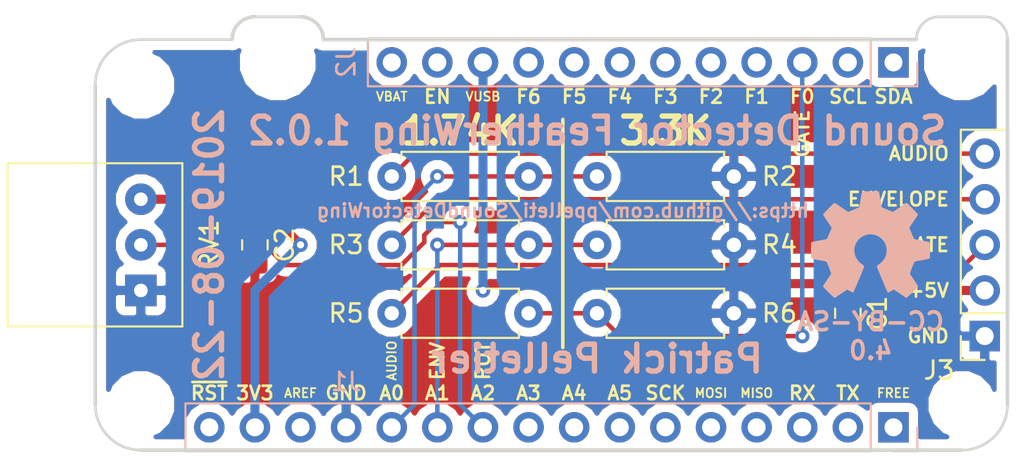
<source format=kicad_pcb>
(kicad_pcb (version 20171130) (host pcbnew 5.0.2-bee76a0~70~ubuntu16.04.1)

  (general
    (thickness 1.6)
    (drawings 59)
    (tracks 48)
    (zones 0)
    (modules 18)
    (nets 32)
  )

  (page USLetter)
  (title_block
    (title "Sound Detector FeatherWing")
    (date 2019-08-22)
    (rev 1.0.2)
    (company "Patrick Pelletier")
  )

  (layers
    (0 F.Cu signal)
    (31 B.Cu signal)
    (32 B.Adhes user)
    (33 F.Adhes user)
    (34 B.Paste user)
    (35 F.Paste user)
    (36 B.SilkS user)
    (37 F.SilkS user)
    (38 B.Mask user)
    (39 F.Mask user)
    (40 Dwgs.User user)
    (41 Cmts.User user)
    (42 Eco1.User user)
    (43 Eco2.User user)
    (44 Edge.Cuts user)
    (45 Margin user)
    (46 B.CrtYd user)
    (47 F.CrtYd user)
    (48 B.Fab user)
    (49 F.Fab user hide)
  )

  (setup
    (last_trace_width 0.25)
    (user_trace_width 0.508)
    (trace_clearance 0.2)
    (zone_clearance 0.508)
    (zone_45_only no)
    (trace_min 0.2)
    (segment_width 0.2)
    (edge_width 0.15)
    (via_size 0.8)
    (via_drill 0.4)
    (via_min_size 0.4)
    (via_min_drill 0.3)
    (uvia_size 0.3)
    (uvia_drill 0.1)
    (uvias_allowed no)
    (uvia_min_size 0.2)
    (uvia_min_drill 0.1)
    (pcb_text_width 0.3)
    (pcb_text_size 1.5 1.5)
    (mod_edge_width 0.15)
    (mod_text_size 1 1)
    (mod_text_width 0.15)
    (pad_size 1.524 1.524)
    (pad_drill 0.762)
    (pad_to_mask_clearance 0.051)
    (solder_mask_min_width 0.25)
    (aux_axis_origin 0 0)
    (visible_elements FFFFF77F)
    (pcbplotparams
      (layerselection 0x010fc_ffffffff)
      (usegerberextensions false)
      (usegerberattributes false)
      (usegerberadvancedattributes false)
      (creategerberjobfile false)
      (excludeedgelayer true)
      (linewidth 0.100000)
      (plotframeref false)
      (viasonmask false)
      (mode 1)
      (useauxorigin false)
      (hpglpennumber 1)
      (hpglpenspeed 20)
      (hpglpendiameter 15.000000)
      (psnegative false)
      (psa4output false)
      (plotreference true)
      (plotvalue true)
      (plotinvisibletext false)
      (padsonsilk false)
      (subtractmaskfromsilk false)
      (outputformat 1)
      (mirror false)
      (drillshape 1)
      (scaleselection 1)
      (outputdirectory ""))
  )

  (net 0 "")
  (net 1 /FREE)
  (net 2 /TX)
  (net 3 /RX)
  (net 4 /MISO)
  (net 5 /MOSI)
  (net 6 /SCK)
  (net 7 /A5)
  (net 8 /A4)
  (net 9 /A3)
  (net 10 /A2)
  (net 11 /A1)
  (net 12 /A0)
  (net 13 GND)
  (net 14 /AREF)
  (net 15 +3V3)
  (net 16 /~RST)
  (net 17 /SDA)
  (net 18 /SCL)
  (net 19 /F0)
  (net 20 /F1)
  (net 21 /F2)
  (net 22 /F3)
  (net 23 /F4)
  (net 24 /F5)
  (net 25 /F6)
  (net 26 /VUSB)
  (net 27 /EN)
  (net 28 /VBAT)
  (net 29 /GATE)
  (net 30 /ENV)
  (net 31 /AUD)

  (net_class Default "This is the default net class."
    (clearance 0.2)
    (trace_width 0.25)
    (via_dia 0.8)
    (via_drill 0.4)
    (uvia_dia 0.3)
    (uvia_drill 0.1)
    (add_net +3V3)
    (add_net /A0)
    (add_net /A1)
    (add_net /A2)
    (add_net /A3)
    (add_net /A4)
    (add_net /A5)
    (add_net /AREF)
    (add_net /AUD)
    (add_net /EN)
    (add_net /ENV)
    (add_net /F0)
    (add_net /F1)
    (add_net /F2)
    (add_net /F3)
    (add_net /F4)
    (add_net /F5)
    (add_net /F6)
    (add_net /FREE)
    (add_net /GATE)
    (add_net /MISO)
    (add_net /MOSI)
    (add_net /RX)
    (add_net /SCK)
    (add_net /SCL)
    (add_net /SDA)
    (add_net /TX)
    (add_net /VBAT)
    (add_net /VUSB)
    (add_net /~RST)
    (add_net GND)
  )

  (module MountingHole:MountingHole_3.2mm_M3 locked (layer F.Cu) (tedit 5D5F0266) (tstamp 5D6B891C)
    (at 73.66 26.67)
    (descr "Mounting Hole 3.2mm, no annular, M3")
    (tags "mounting hole 3.2mm no annular m3")
    (attr virtual)
    (fp_text reference REF** (at 0 -4.2) (layer F.SilkS) hide
      (effects (font (size 1 1) (thickness 0.15)))
    )
    (fp_text value MountingHole_3.2mm_M3 (at 0 4.2) (layer F.Fab) hide
      (effects (font (size 1 1) (thickness 0.15)))
    )
    (fp_text user %R (at 0.3 0) (layer F.Fab) hide
      (effects (font (size 1 1) (thickness 0.15)))
    )
    (fp_circle (center 0 0) (end 3.2 0) (layer Cmts.User) (width 0.15))
    (fp_circle (center 0 0) (end 3.45 0) (layer F.CrtYd) (width 0.05))
    (pad 1 np_thru_hole circle (at 0 0) (size 3.2 3.2) (drill 3.2) (layers *.Cu *.Mask))
  )

  (module MountingHole:MountingHole_2.7mm_M2.5 locked (layer F.Cu) (tedit 5D377204) (tstamp 5D4FBE89)
    (at 73.66 45.72)
    (descr "Mounting Hole 2.7mm, no annular, M2.5")
    (tags "mounting hole 2.7mm no annular m2.5")
    (attr virtual)
    (fp_text reference REF** (at 0 -3.7) (layer F.SilkS) hide
      (effects (font (size 1 1) (thickness 0.15)))
    )
    (fp_text value MountingHole_2.7mm_M2.5 (at 0 3.7) (layer F.Fab) hide
      (effects (font (size 1 1) (thickness 0.15)))
    )
    (fp_circle (center 0 0) (end 2.95 0) (layer F.CrtYd) (width 0.05))
    (fp_circle (center 0 0) (end 2.7 0) (layer Cmts.User) (width 0.15))
    (fp_text user %R (at 0.3 0) (layer F.Fab) hide
      (effects (font (size 1 1) (thickness 0.15)))
    )
    (pad 1 np_thru_hole circle (at 0 0) (size 2.7 2.7) (drill 2.7) (layers *.Cu *.Mask))
  )

  (module MountingHole:MountingHole_2.7mm_M2.5 locked (layer F.Cu) (tedit 5D377204) (tstamp 5D4FBE7B)
    (at 27.94 45.72)
    (descr "Mounting Hole 2.7mm, no annular, M2.5")
    (tags "mounting hole 2.7mm no annular m2.5")
    (attr virtual)
    (fp_text reference REF** (at 0 -3.7) (layer F.SilkS) hide
      (effects (font (size 1 1) (thickness 0.15)))
    )
    (fp_text value MountingHole_2.7mm_M2.5 (at 0 3.7) (layer F.Fab) hide
      (effects (font (size 1 1) (thickness 0.15)))
    )
    (fp_text user %R (at 0.3 0) (layer F.Fab) hide
      (effects (font (size 1 1) (thickness 0.15)))
    )
    (fp_circle (center 0 0) (end 2.7 0) (layer Cmts.User) (width 0.15))
    (fp_circle (center 0 0) (end 2.95 0) (layer F.CrtYd) (width 0.05))
    (pad 1 np_thru_hole circle (at 0 0) (size 2.7 2.7) (drill 2.7) (layers *.Cu *.Mask))
  )

  (module MountingHole:MountingHole_2.7mm_M2.5 locked (layer F.Cu) (tedit 5D377204) (tstamp 5D4FBE61)
    (at 27.94 27.94)
    (descr "Mounting Hole 2.7mm, no annular, M2.5")
    (tags "mounting hole 2.7mm no annular m2.5")
    (attr virtual)
    (fp_text reference REF** (at 0 -3.7) (layer F.SilkS) hide
      (effects (font (size 1 1) (thickness 0.15)))
    )
    (fp_text value MountingHole_2.7mm_M2.5 (at 0 3.7) (layer F.Fab) hide
      (effects (font (size 1 1) (thickness 0.15)))
    )
    (fp_circle (center 0 0) (end 2.95 0) (layer F.CrtYd) (width 0.05))
    (fp_circle (center 0 0) (end 2.7 0) (layer Cmts.User) (width 0.15))
    (fp_text user %R (at 0.3 0) (layer F.Fab) hide
      (effects (font (size 1 1) (thickness 0.15)))
    )
    (pad 1 np_thru_hole circle (at 0 0) (size 2.7 2.7) (drill 2.7) (layers *.Cu *.Mask))
  )

  (module Connector_PinHeader_2.54mm:PinHeader_1x16_P2.54mm_Vertical (layer B.Cu) (tedit 5D38D58C) (tstamp 5D4FBF56)
    (at 69.85 46.99 90)
    (descr "Through hole straight pin header, 1x16, 2.54mm pitch, single row")
    (tags "Through hole pin header THT 1x16 2.54mm single row")
    (path /5D375C76)
    (fp_text reference J1 (at 2.54 -30.48 180) (layer B.SilkS)
      (effects (font (size 1 1) (thickness 0.15)) (justify mirror))
    )
    (fp_text value "feather long" (at 0 -40.43 90) (layer B.Fab) hide
      (effects (font (size 1 1) (thickness 0.15)) (justify mirror))
    )
    (fp_line (start -0.635 1.27) (end 1.27 1.27) (layer B.Fab) (width 0.1))
    (fp_line (start 1.27 1.27) (end 1.27 -39.37) (layer B.Fab) (width 0.1))
    (fp_line (start 1.27 -39.37) (end -1.27 -39.37) (layer B.Fab) (width 0.1))
    (fp_line (start -1.27 -39.37) (end -1.27 0.635) (layer B.Fab) (width 0.1))
    (fp_line (start -1.27 0.635) (end -0.635 1.27) (layer B.Fab) (width 0.1))
    (fp_line (start -1.33 -39.43) (end 1.33 -39.43) (layer B.SilkS) (width 0.12))
    (fp_line (start -1.33 -1.27) (end -1.33 -39.43) (layer B.SilkS) (width 0.12))
    (fp_line (start 1.33 -1.27) (end 1.33 -39.43) (layer B.SilkS) (width 0.12))
    (fp_line (start -1.33 -1.27) (end 1.33 -1.27) (layer B.SilkS) (width 0.12))
    (fp_line (start -1.33 0) (end -1.33 1.33) (layer B.SilkS) (width 0.12))
    (fp_line (start -1.33 1.33) (end 0 1.33) (layer B.SilkS) (width 0.12))
    (fp_line (start -1.8 1.8) (end -1.8 -39.9) (layer B.CrtYd) (width 0.05))
    (fp_line (start -1.8 -39.9) (end 1.8 -39.9) (layer B.CrtYd) (width 0.05))
    (fp_line (start 1.8 -39.9) (end 1.8 1.8) (layer B.CrtYd) (width 0.05))
    (fp_line (start 1.8 1.8) (end -1.8 1.8) (layer B.CrtYd) (width 0.05))
    (fp_text user %R (at 0 -19.05) (layer B.Fab)
      (effects (font (size 1 1) (thickness 0.15)) (justify mirror))
    )
    (pad 1 thru_hole rect (at 0 0 90) (size 1.7 1.7) (drill 1) (layers *.Cu *.Mask)
      (net 1 /FREE))
    (pad 2 thru_hole oval (at 0 -2.54 90) (size 1.7 1.7) (drill 1) (layers *.Cu *.Mask)
      (net 2 /TX))
    (pad 3 thru_hole oval (at 0 -5.08 90) (size 1.7 1.7) (drill 1) (layers *.Cu *.Mask)
      (net 3 /RX))
    (pad 4 thru_hole oval (at 0 -7.62 90) (size 1.7 1.7) (drill 1) (layers *.Cu *.Mask)
      (net 4 /MISO))
    (pad 5 thru_hole oval (at 0 -10.16 90) (size 1.7 1.7) (drill 1) (layers *.Cu *.Mask)
      (net 5 /MOSI))
    (pad 6 thru_hole oval (at 0 -12.7 90) (size 1.7 1.7) (drill 1) (layers *.Cu *.Mask)
      (net 6 /SCK))
    (pad 7 thru_hole oval (at 0 -15.24 90) (size 1.7 1.7) (drill 1) (layers *.Cu *.Mask)
      (net 7 /A5))
    (pad 8 thru_hole oval (at 0 -17.78 90) (size 1.7 1.7) (drill 1) (layers *.Cu *.Mask)
      (net 8 /A4))
    (pad 9 thru_hole oval (at 0 -20.32 90) (size 1.7 1.7) (drill 1) (layers *.Cu *.Mask)
      (net 9 /A3))
    (pad 10 thru_hole oval (at 0 -22.86 90) (size 1.7 1.7) (drill 1) (layers *.Cu *.Mask)
      (net 10 /A2))
    (pad 11 thru_hole oval (at 0 -25.4 90) (size 1.7 1.7) (drill 1) (layers *.Cu *.Mask)
      (net 11 /A1))
    (pad 12 thru_hole oval (at 0 -27.94 90) (size 1.7 1.7) (drill 1) (layers *.Cu *.Mask)
      (net 12 /A0))
    (pad 13 thru_hole oval (at 0 -30.48 90) (size 1.7 1.7) (drill 1) (layers *.Cu *.Mask)
      (net 13 GND))
    (pad 14 thru_hole oval (at 0 -33.02 90) (size 1.7 1.7) (drill 1) (layers *.Cu *.Mask)
      (net 14 /AREF))
    (pad 15 thru_hole oval (at 0 -35.56 90) (size 1.7 1.7) (drill 1) (layers *.Cu *.Mask)
      (net 15 +3V3))
    (pad 16 thru_hole oval (at 0 -38.1 90) (size 1.7 1.7) (drill 1) (layers *.Cu *.Mask)
      (net 16 /~RST))
    (model ${KISYS3DMOD}/Connector_PinHeader_2.54mm.3dshapes/PinHeader_1x16_P2.54mm_Vertical.wrl
      (at (xyz 0 0 0))
      (scale (xyz 1 1 1))
      (rotate (xyz 0 0 0))
    )
  )

  (module Connector_PinHeader_2.54mm:PinHeader_1x12_P2.54mm_Vertical (layer B.Cu) (tedit 5D38D571) (tstamp 5D4FBF76)
    (at 69.85 26.67 90)
    (descr "Through hole straight pin header, 1x12, 2.54mm pitch, single row")
    (tags "Through hole pin header THT 1x12 2.54mm single row")
    (path /5D375CC4)
    (fp_text reference J2 (at 0 -30.48 90) (layer B.SilkS)
      (effects (font (size 1 1) (thickness 0.15)) (justify mirror))
    )
    (fp_text value "feather short" (at 0 -30.27 90) (layer B.Fab) hide
      (effects (font (size 1 1) (thickness 0.15)) (justify mirror))
    )
    (fp_line (start -0.635 1.27) (end 1.27 1.27) (layer B.Fab) (width 0.1))
    (fp_line (start 1.27 1.27) (end 1.27 -29.21) (layer B.Fab) (width 0.1))
    (fp_line (start 1.27 -29.21) (end -1.27 -29.21) (layer B.Fab) (width 0.1))
    (fp_line (start -1.27 -29.21) (end -1.27 0.635) (layer B.Fab) (width 0.1))
    (fp_line (start -1.27 0.635) (end -0.635 1.27) (layer B.Fab) (width 0.1))
    (fp_line (start -1.33 -29.27) (end 1.33 -29.27) (layer B.SilkS) (width 0.12))
    (fp_line (start -1.33 -1.27) (end -1.33 -29.27) (layer B.SilkS) (width 0.12))
    (fp_line (start 1.33 -1.27) (end 1.33 -29.27) (layer B.SilkS) (width 0.12))
    (fp_line (start -1.33 -1.27) (end 1.33 -1.27) (layer B.SilkS) (width 0.12))
    (fp_line (start -1.33 0) (end -1.33 1.33) (layer B.SilkS) (width 0.12))
    (fp_line (start -1.33 1.33) (end 0 1.33) (layer B.SilkS) (width 0.12))
    (fp_line (start -1.8 1.8) (end -1.8 -29.75) (layer B.CrtYd) (width 0.05))
    (fp_line (start -1.8 -29.75) (end 1.8 -29.75) (layer B.CrtYd) (width 0.05))
    (fp_line (start 1.8 -29.75) (end 1.8 1.8) (layer B.CrtYd) (width 0.05))
    (fp_line (start 1.8 1.8) (end -1.8 1.8) (layer B.CrtYd) (width 0.05))
    (fp_text user %R (at 0 -13.97) (layer B.Fab)
      (effects (font (size 1 1) (thickness 0.15)) (justify mirror))
    )
    (pad 1 thru_hole rect (at 0 0 90) (size 1.7 1.7) (drill 1) (layers *.Cu *.Mask)
      (net 17 /SDA))
    (pad 2 thru_hole oval (at 0 -2.54 90) (size 1.7 1.7) (drill 1) (layers *.Cu *.Mask)
      (net 18 /SCL))
    (pad 3 thru_hole oval (at 0 -5.08 90) (size 1.7 1.7) (drill 1) (layers *.Cu *.Mask)
      (net 19 /F0))
    (pad 4 thru_hole oval (at 0 -7.62 90) (size 1.7 1.7) (drill 1) (layers *.Cu *.Mask)
      (net 20 /F1))
    (pad 5 thru_hole oval (at 0 -10.16 90) (size 1.7 1.7) (drill 1) (layers *.Cu *.Mask)
      (net 21 /F2))
    (pad 6 thru_hole oval (at 0 -12.7 90) (size 1.7 1.7) (drill 1) (layers *.Cu *.Mask)
      (net 22 /F3))
    (pad 7 thru_hole oval (at 0 -15.24 90) (size 1.7 1.7) (drill 1) (layers *.Cu *.Mask)
      (net 23 /F4))
    (pad 8 thru_hole oval (at 0 -17.78 90) (size 1.7 1.7) (drill 1) (layers *.Cu *.Mask)
      (net 24 /F5))
    (pad 9 thru_hole oval (at 0 -20.32 90) (size 1.7 1.7) (drill 1) (layers *.Cu *.Mask)
      (net 25 /F6))
    (pad 10 thru_hole oval (at 0 -22.86 90) (size 1.7 1.7) (drill 1) (layers *.Cu *.Mask)
      (net 26 /VUSB))
    (pad 11 thru_hole oval (at 0 -25.4 90) (size 1.7 1.7) (drill 1) (layers *.Cu *.Mask)
      (net 27 /EN))
    (pad 12 thru_hole oval (at 0 -27.94 90) (size 1.7 1.7) (drill 1) (layers *.Cu *.Mask)
      (net 28 /VBAT))
    (model ${KISYS3DMOD}/Connector_PinHeader_2.54mm.3dshapes/PinHeader_1x12_P2.54mm_Vertical.wrl
      (at (xyz 0 0 0))
      (scale (xyz 1 1 1))
      (rotate (xyz 0 0 0))
    )
  )

  (module Capacitor_SMD:C_0805_2012Metric_Pad1.15x1.40mm_HandSolder (layer F.Cu) (tedit 5B36C52B) (tstamp 5D454535)
    (at 67.31 40.64 270)
    (descr "Capacitor SMD 0805 (2012 Metric), square (rectangular) end terminal, IPC_7351 nominal with elongated pad for handsoldering. (Body size source: https://docs.google.com/spreadsheets/d/1BsfQQcO9C6DZCsRaXUlFlo91Tg2WpOkGARC1WS5S8t0/edit?usp=sharing), generated with kicad-footprint-generator")
    (tags "capacitor handsolder")
    (path /5D3A7CD1)
    (attr smd)
    (fp_text reference C1 (at 0 -1.65 270) (layer F.SilkS)
      (effects (font (size 1 1) (thickness 0.15)))
    )
    (fp_text value 10μF (at 0 1.65 270) (layer F.Fab)
      (effects (font (size 1 1) (thickness 0.15)))
    )
    (fp_line (start -1 0.6) (end -1 -0.6) (layer F.Fab) (width 0.1))
    (fp_line (start -1 -0.6) (end 1 -0.6) (layer F.Fab) (width 0.1))
    (fp_line (start 1 -0.6) (end 1 0.6) (layer F.Fab) (width 0.1))
    (fp_line (start 1 0.6) (end -1 0.6) (layer F.Fab) (width 0.1))
    (fp_line (start -0.261252 -0.71) (end 0.261252 -0.71) (layer F.SilkS) (width 0.12))
    (fp_line (start -0.261252 0.71) (end 0.261252 0.71) (layer F.SilkS) (width 0.12))
    (fp_line (start -1.85 0.95) (end -1.85 -0.95) (layer F.CrtYd) (width 0.05))
    (fp_line (start -1.85 -0.95) (end 1.85 -0.95) (layer F.CrtYd) (width 0.05))
    (fp_line (start 1.85 -0.95) (end 1.85 0.95) (layer F.CrtYd) (width 0.05))
    (fp_line (start 1.85 0.95) (end -1.85 0.95) (layer F.CrtYd) (width 0.05))
    (fp_text user %R (at 0 0 270) (layer F.Fab)
      (effects (font (size 0.5 0.5) (thickness 0.08)))
    )
    (pad 1 smd roundrect (at -1.025 0 270) (size 1.15 1.4) (layers F.Cu F.Paste F.Mask) (roundrect_rratio 0.217391)
      (net 26 /VUSB))
    (pad 2 smd roundrect (at 1.025 0 270) (size 1.15 1.4) (layers F.Cu F.Paste F.Mask) (roundrect_rratio 0.217391)
      (net 13 GND))
    (model ${KISYS3DMOD}/Capacitor_SMD.3dshapes/C_0805_2012Metric.wrl
      (at (xyz 0 0 0))
      (scale (xyz 1 1 1))
      (rotate (xyz 0 0 0))
    )
  )

  (module Capacitor_SMD:C_0805_2012Metric_Pad1.15x1.40mm_HandSolder (layer F.Cu) (tedit 5B36C52B) (tstamp 5D454546)
    (at 34.29 36.83 270)
    (descr "Capacitor SMD 0805 (2012 Metric), square (rectangular) end terminal, IPC_7351 nominal with elongated pad for handsoldering. (Body size source: https://docs.google.com/spreadsheets/d/1BsfQQcO9C6DZCsRaXUlFlo91Tg2WpOkGARC1WS5S8t0/edit?usp=sharing), generated with kicad-footprint-generator")
    (tags "capacitor handsolder")
    (path /5D38CF09)
    (attr smd)
    (fp_text reference C2 (at 0 -1.65 270) (layer F.SilkS)
      (effects (font (size 1 1) (thickness 0.15)))
    )
    (fp_text value 10μF (at 0 1.65 270) (layer F.Fab)
      (effects (font (size 1 1) (thickness 0.15)))
    )
    (fp_text user %R (at 0 0 270) (layer F.Fab)
      (effects (font (size 0.5 0.5) (thickness 0.08)))
    )
    (fp_line (start 1.85 0.95) (end -1.85 0.95) (layer F.CrtYd) (width 0.05))
    (fp_line (start 1.85 -0.95) (end 1.85 0.95) (layer F.CrtYd) (width 0.05))
    (fp_line (start -1.85 -0.95) (end 1.85 -0.95) (layer F.CrtYd) (width 0.05))
    (fp_line (start -1.85 0.95) (end -1.85 -0.95) (layer F.CrtYd) (width 0.05))
    (fp_line (start -0.261252 0.71) (end 0.261252 0.71) (layer F.SilkS) (width 0.12))
    (fp_line (start -0.261252 -0.71) (end 0.261252 -0.71) (layer F.SilkS) (width 0.12))
    (fp_line (start 1 0.6) (end -1 0.6) (layer F.Fab) (width 0.1))
    (fp_line (start 1 -0.6) (end 1 0.6) (layer F.Fab) (width 0.1))
    (fp_line (start -1 -0.6) (end 1 -0.6) (layer F.Fab) (width 0.1))
    (fp_line (start -1 0.6) (end -1 -0.6) (layer F.Fab) (width 0.1))
    (pad 2 smd roundrect (at 1.025 0 270) (size 1.15 1.4) (layers F.Cu F.Paste F.Mask) (roundrect_rratio 0.217391)
      (net 13 GND))
    (pad 1 smd roundrect (at -1.025 0 270) (size 1.15 1.4) (layers F.Cu F.Paste F.Mask) (roundrect_rratio 0.217391)
      (net 15 +3V3))
    (model ${KISYS3DMOD}/Capacitor_SMD.3dshapes/C_0805_2012Metric.wrl
      (at (xyz 0 0 0))
      (scale (xyz 1 1 1))
      (rotate (xyz 0 0 0))
    )
  )

  (module Connector_PinSocket_2.54mm:PinSocket_1x05_P2.54mm_Vertical (layer F.Cu) (tedit 5A19A420) (tstamp 5D45455F)
    (at 74.93 41.91 180)
    (descr "Through hole straight socket strip, 1x05, 2.54mm pitch, single row (from Kicad 4.0.7), script generated")
    (tags "Through hole socket strip THT 1x05 2.54mm single row")
    (path /5D38837E)
    (fp_text reference J3 (at 2.54 -1.905 180) (layer F.SilkS)
      (effects (font (size 1 1) (thickness 0.15)))
    )
    (fp_text value "sound detector" (at 0 12.93 180) (layer F.Fab)
      (effects (font (size 1 1) (thickness 0.15)))
    )
    (fp_line (start -1.27 -1.27) (end 0.635 -1.27) (layer F.Fab) (width 0.1))
    (fp_line (start 0.635 -1.27) (end 1.27 -0.635) (layer F.Fab) (width 0.1))
    (fp_line (start 1.27 -0.635) (end 1.27 11.43) (layer F.Fab) (width 0.1))
    (fp_line (start 1.27 11.43) (end -1.27 11.43) (layer F.Fab) (width 0.1))
    (fp_line (start -1.27 11.43) (end -1.27 -1.27) (layer F.Fab) (width 0.1))
    (fp_line (start -1.33 1.27) (end 1.33 1.27) (layer F.SilkS) (width 0.12))
    (fp_line (start -1.33 1.27) (end -1.33 11.49) (layer F.SilkS) (width 0.12))
    (fp_line (start -1.33 11.49) (end 1.33 11.49) (layer F.SilkS) (width 0.12))
    (fp_line (start 1.33 1.27) (end 1.33 11.49) (layer F.SilkS) (width 0.12))
    (fp_line (start 1.33 -1.33) (end 1.33 0) (layer F.SilkS) (width 0.12))
    (fp_line (start 0 -1.33) (end 1.33 -1.33) (layer F.SilkS) (width 0.12))
    (fp_line (start -1.8 -1.8) (end 1.75 -1.8) (layer F.CrtYd) (width 0.05))
    (fp_line (start 1.75 -1.8) (end 1.75 11.9) (layer F.CrtYd) (width 0.05))
    (fp_line (start 1.75 11.9) (end -1.8 11.9) (layer F.CrtYd) (width 0.05))
    (fp_line (start -1.8 11.9) (end -1.8 -1.8) (layer F.CrtYd) (width 0.05))
    (fp_text user %R (at 0 5.08 270) (layer F.Fab)
      (effects (font (size 1 1) (thickness 0.15)))
    )
    (pad 1 thru_hole rect (at 0 0 180) (size 1.7 1.7) (drill 1) (layers *.Cu *.Mask)
      (net 13 GND))
    (pad 2 thru_hole oval (at 0 2.54 180) (size 1.7 1.7) (drill 1) (layers *.Cu *.Mask)
      (net 26 /VUSB))
    (pad 3 thru_hole oval (at 0 5.08 180) (size 1.7 1.7) (drill 1) (layers *.Cu *.Mask)
      (net 29 /GATE))
    (pad 4 thru_hole oval (at 0 7.62 180) (size 1.7 1.7) (drill 1) (layers *.Cu *.Mask)
      (net 30 /ENV))
    (pad 5 thru_hole oval (at 0 10.16 180) (size 1.7 1.7) (drill 1) (layers *.Cu *.Mask)
      (net 31 /AUD))
    (model ${KISYS3DMOD}/Connector_PinSocket_2.54mm.3dshapes/PinSocket_1x05_P2.54mm_Vertical.wrl
      (at (xyz 0 0 0))
      (scale (xyz 1 1 1))
      (rotate (xyz 0 0 0))
    )
  )

  (module Resistor_THT:R_Axial_DIN0207_L6.3mm_D2.5mm_P7.62mm_Horizontal (layer F.Cu) (tedit 5AE5139B) (tstamp 5D454576)
    (at 41.91 33.02)
    (descr "Resistor, Axial_DIN0207 series, Axial, Horizontal, pin pitch=7.62mm, 0.25W = 1/4W, length*diameter=6.3*2.5mm^2, http://cdn-reichelt.de/documents/datenblatt/B400/1_4W%23YAG.pdf")
    (tags "Resistor Axial_DIN0207 series Axial Horizontal pin pitch 7.62mm 0.25W = 1/4W length 6.3mm diameter 2.5mm")
    (path /5D38B8FD)
    (fp_text reference R1 (at -2.54 0) (layer F.SilkS)
      (effects (font (size 1 1) (thickness 0.15)))
    )
    (fp_text value 1.74K (at 3.81 2.37) (layer F.Fab)
      (effects (font (size 1 1) (thickness 0.15)))
    )
    (fp_line (start 0.66 -1.25) (end 0.66 1.25) (layer F.Fab) (width 0.1))
    (fp_line (start 0.66 1.25) (end 6.96 1.25) (layer F.Fab) (width 0.1))
    (fp_line (start 6.96 1.25) (end 6.96 -1.25) (layer F.Fab) (width 0.1))
    (fp_line (start 6.96 -1.25) (end 0.66 -1.25) (layer F.Fab) (width 0.1))
    (fp_line (start 0 0) (end 0.66 0) (layer F.Fab) (width 0.1))
    (fp_line (start 7.62 0) (end 6.96 0) (layer F.Fab) (width 0.1))
    (fp_line (start 0.54 -1.04) (end 0.54 -1.37) (layer F.SilkS) (width 0.12))
    (fp_line (start 0.54 -1.37) (end 7.08 -1.37) (layer F.SilkS) (width 0.12))
    (fp_line (start 7.08 -1.37) (end 7.08 -1.04) (layer F.SilkS) (width 0.12))
    (fp_line (start 0.54 1.04) (end 0.54 1.37) (layer F.SilkS) (width 0.12))
    (fp_line (start 0.54 1.37) (end 7.08 1.37) (layer F.SilkS) (width 0.12))
    (fp_line (start 7.08 1.37) (end 7.08 1.04) (layer F.SilkS) (width 0.12))
    (fp_line (start -1.05 -1.5) (end -1.05 1.5) (layer F.CrtYd) (width 0.05))
    (fp_line (start -1.05 1.5) (end 8.67 1.5) (layer F.CrtYd) (width 0.05))
    (fp_line (start 8.67 1.5) (end 8.67 -1.5) (layer F.CrtYd) (width 0.05))
    (fp_line (start 8.67 -1.5) (end -1.05 -1.5) (layer F.CrtYd) (width 0.05))
    (fp_text user %R (at 3.81 0) (layer F.Fab)
      (effects (font (size 1 1) (thickness 0.15)))
    )
    (pad 1 thru_hole circle (at 0 0) (size 1.6 1.6) (drill 0.8) (layers *.Cu *.Mask)
      (net 31 /AUD))
    (pad 2 thru_hole oval (at 7.62 0) (size 1.6 1.6) (drill 0.8) (layers *.Cu *.Mask)
      (net 12 /A0))
    (model ${KISYS3DMOD}/Resistor_THT.3dshapes/R_Axial_DIN0207_L6.3mm_D2.5mm_P7.62mm_Horizontal.wrl
      (at (xyz 0 0 0))
      (scale (xyz 1 1 1))
      (rotate (xyz 0 0 0))
    )
  )

  (module Resistor_THT:R_Axial_DIN0207_L6.3mm_D2.5mm_P7.62mm_Horizontal (layer F.Cu) (tedit 5AE5139B) (tstamp 5D45458D)
    (at 53.34 33.02)
    (descr "Resistor, Axial_DIN0207 series, Axial, Horizontal, pin pitch=7.62mm, 0.25W = 1/4W, length*diameter=6.3*2.5mm^2, http://cdn-reichelt.de/documents/datenblatt/B400/1_4W%23YAG.pdf")
    (tags "Resistor Axial_DIN0207 series Axial Horizontal pin pitch 7.62mm 0.25W = 1/4W length 6.3mm diameter 2.5mm")
    (path /5D38B935)
    (fp_text reference R2 (at 10.16 0) (layer F.SilkS)
      (effects (font (size 1 1) (thickness 0.15)))
    )
    (fp_text value 3.3K (at 3.81 2.37) (layer F.Fab)
      (effects (font (size 1 1) (thickness 0.15)))
    )
    (fp_text user %R (at 3.81 0) (layer F.Fab)
      (effects (font (size 1 1) (thickness 0.15)))
    )
    (fp_line (start 8.67 -1.5) (end -1.05 -1.5) (layer F.CrtYd) (width 0.05))
    (fp_line (start 8.67 1.5) (end 8.67 -1.5) (layer F.CrtYd) (width 0.05))
    (fp_line (start -1.05 1.5) (end 8.67 1.5) (layer F.CrtYd) (width 0.05))
    (fp_line (start -1.05 -1.5) (end -1.05 1.5) (layer F.CrtYd) (width 0.05))
    (fp_line (start 7.08 1.37) (end 7.08 1.04) (layer F.SilkS) (width 0.12))
    (fp_line (start 0.54 1.37) (end 7.08 1.37) (layer F.SilkS) (width 0.12))
    (fp_line (start 0.54 1.04) (end 0.54 1.37) (layer F.SilkS) (width 0.12))
    (fp_line (start 7.08 -1.37) (end 7.08 -1.04) (layer F.SilkS) (width 0.12))
    (fp_line (start 0.54 -1.37) (end 7.08 -1.37) (layer F.SilkS) (width 0.12))
    (fp_line (start 0.54 -1.04) (end 0.54 -1.37) (layer F.SilkS) (width 0.12))
    (fp_line (start 7.62 0) (end 6.96 0) (layer F.Fab) (width 0.1))
    (fp_line (start 0 0) (end 0.66 0) (layer F.Fab) (width 0.1))
    (fp_line (start 6.96 -1.25) (end 0.66 -1.25) (layer F.Fab) (width 0.1))
    (fp_line (start 6.96 1.25) (end 6.96 -1.25) (layer F.Fab) (width 0.1))
    (fp_line (start 0.66 1.25) (end 6.96 1.25) (layer F.Fab) (width 0.1))
    (fp_line (start 0.66 -1.25) (end 0.66 1.25) (layer F.Fab) (width 0.1))
    (pad 2 thru_hole oval (at 7.62 0) (size 1.6 1.6) (drill 0.8) (layers *.Cu *.Mask)
      (net 13 GND))
    (pad 1 thru_hole circle (at 0 0) (size 1.6 1.6) (drill 0.8) (layers *.Cu *.Mask)
      (net 12 /A0))
    (model ${KISYS3DMOD}/Resistor_THT.3dshapes/R_Axial_DIN0207_L6.3mm_D2.5mm_P7.62mm_Horizontal.wrl
      (at (xyz 0 0 0))
      (scale (xyz 1 1 1))
      (rotate (xyz 0 0 0))
    )
  )

  (module Resistor_THT:R_Axial_DIN0207_L6.3mm_D2.5mm_P7.62mm_Horizontal (layer F.Cu) (tedit 5AE5139B) (tstamp 5D4545A4)
    (at 41.91 36.83)
    (descr "Resistor, Axial_DIN0207 series, Axial, Horizontal, pin pitch=7.62mm, 0.25W = 1/4W, length*diameter=6.3*2.5mm^2, http://cdn-reichelt.de/documents/datenblatt/B400/1_4W%23YAG.pdf")
    (tags "Resistor Axial_DIN0207 series Axial Horizontal pin pitch 7.62mm 0.25W = 1/4W length 6.3mm diameter 2.5mm")
    (path /5D38E30B)
    (fp_text reference R3 (at -2.54 0) (layer F.SilkS)
      (effects (font (size 1 1) (thickness 0.15)))
    )
    (fp_text value 1.74K (at 3.81 2.37) (layer F.Fab)
      (effects (font (size 1 1) (thickness 0.15)))
    )
    (fp_line (start 0.66 -1.25) (end 0.66 1.25) (layer F.Fab) (width 0.1))
    (fp_line (start 0.66 1.25) (end 6.96 1.25) (layer F.Fab) (width 0.1))
    (fp_line (start 6.96 1.25) (end 6.96 -1.25) (layer F.Fab) (width 0.1))
    (fp_line (start 6.96 -1.25) (end 0.66 -1.25) (layer F.Fab) (width 0.1))
    (fp_line (start 0 0) (end 0.66 0) (layer F.Fab) (width 0.1))
    (fp_line (start 7.62 0) (end 6.96 0) (layer F.Fab) (width 0.1))
    (fp_line (start 0.54 -1.04) (end 0.54 -1.37) (layer F.SilkS) (width 0.12))
    (fp_line (start 0.54 -1.37) (end 7.08 -1.37) (layer F.SilkS) (width 0.12))
    (fp_line (start 7.08 -1.37) (end 7.08 -1.04) (layer F.SilkS) (width 0.12))
    (fp_line (start 0.54 1.04) (end 0.54 1.37) (layer F.SilkS) (width 0.12))
    (fp_line (start 0.54 1.37) (end 7.08 1.37) (layer F.SilkS) (width 0.12))
    (fp_line (start 7.08 1.37) (end 7.08 1.04) (layer F.SilkS) (width 0.12))
    (fp_line (start -1.05 -1.5) (end -1.05 1.5) (layer F.CrtYd) (width 0.05))
    (fp_line (start -1.05 1.5) (end 8.67 1.5) (layer F.CrtYd) (width 0.05))
    (fp_line (start 8.67 1.5) (end 8.67 -1.5) (layer F.CrtYd) (width 0.05))
    (fp_line (start 8.67 -1.5) (end -1.05 -1.5) (layer F.CrtYd) (width 0.05))
    (fp_text user %R (at 3.81 0) (layer F.Fab)
      (effects (font (size 1 1) (thickness 0.15)))
    )
    (pad 1 thru_hole circle (at 0 0) (size 1.6 1.6) (drill 0.8) (layers *.Cu *.Mask)
      (net 30 /ENV))
    (pad 2 thru_hole oval (at 7.62 0) (size 1.6 1.6) (drill 0.8) (layers *.Cu *.Mask)
      (net 11 /A1))
    (model ${KISYS3DMOD}/Resistor_THT.3dshapes/R_Axial_DIN0207_L6.3mm_D2.5mm_P7.62mm_Horizontal.wrl
      (at (xyz 0 0 0))
      (scale (xyz 1 1 1))
      (rotate (xyz 0 0 0))
    )
  )

  (module Resistor_THT:R_Axial_DIN0207_L6.3mm_D2.5mm_P7.62mm_Horizontal (layer F.Cu) (tedit 5AE5139B) (tstamp 5D4545BB)
    (at 53.34 36.83)
    (descr "Resistor, Axial_DIN0207 series, Axial, Horizontal, pin pitch=7.62mm, 0.25W = 1/4W, length*diameter=6.3*2.5mm^2, http://cdn-reichelt.de/documents/datenblatt/B400/1_4W%23YAG.pdf")
    (tags "Resistor Axial_DIN0207 series Axial Horizontal pin pitch 7.62mm 0.25W = 1/4W length 6.3mm diameter 2.5mm")
    (path /5D38E314)
    (fp_text reference R4 (at 10.16 0) (layer F.SilkS)
      (effects (font (size 1 1) (thickness 0.15)))
    )
    (fp_text value 3.3K (at 3.81 2.37) (layer F.Fab)
      (effects (font (size 1 1) (thickness 0.15)))
    )
    (fp_text user %R (at 3.81 0) (layer F.Fab)
      (effects (font (size 1 1) (thickness 0.15)))
    )
    (fp_line (start 8.67 -1.5) (end -1.05 -1.5) (layer F.CrtYd) (width 0.05))
    (fp_line (start 8.67 1.5) (end 8.67 -1.5) (layer F.CrtYd) (width 0.05))
    (fp_line (start -1.05 1.5) (end 8.67 1.5) (layer F.CrtYd) (width 0.05))
    (fp_line (start -1.05 -1.5) (end -1.05 1.5) (layer F.CrtYd) (width 0.05))
    (fp_line (start 7.08 1.37) (end 7.08 1.04) (layer F.SilkS) (width 0.12))
    (fp_line (start 0.54 1.37) (end 7.08 1.37) (layer F.SilkS) (width 0.12))
    (fp_line (start 0.54 1.04) (end 0.54 1.37) (layer F.SilkS) (width 0.12))
    (fp_line (start 7.08 -1.37) (end 7.08 -1.04) (layer F.SilkS) (width 0.12))
    (fp_line (start 0.54 -1.37) (end 7.08 -1.37) (layer F.SilkS) (width 0.12))
    (fp_line (start 0.54 -1.04) (end 0.54 -1.37) (layer F.SilkS) (width 0.12))
    (fp_line (start 7.62 0) (end 6.96 0) (layer F.Fab) (width 0.1))
    (fp_line (start 0 0) (end 0.66 0) (layer F.Fab) (width 0.1))
    (fp_line (start 6.96 -1.25) (end 0.66 -1.25) (layer F.Fab) (width 0.1))
    (fp_line (start 6.96 1.25) (end 6.96 -1.25) (layer F.Fab) (width 0.1))
    (fp_line (start 0.66 1.25) (end 6.96 1.25) (layer F.Fab) (width 0.1))
    (fp_line (start 0.66 -1.25) (end 0.66 1.25) (layer F.Fab) (width 0.1))
    (pad 2 thru_hole oval (at 7.62 0) (size 1.6 1.6) (drill 0.8) (layers *.Cu *.Mask)
      (net 13 GND))
    (pad 1 thru_hole circle (at 0 0) (size 1.6 1.6) (drill 0.8) (layers *.Cu *.Mask)
      (net 11 /A1))
    (model ${KISYS3DMOD}/Resistor_THT.3dshapes/R_Axial_DIN0207_L6.3mm_D2.5mm_P7.62mm_Horizontal.wrl
      (at (xyz 0 0 0))
      (scale (xyz 1 1 1))
      (rotate (xyz 0 0 0))
    )
  )

  (module Resistor_THT:R_Axial_DIN0207_L6.3mm_D2.5mm_P7.62mm_Horizontal (layer F.Cu) (tedit 5AE5139B) (tstamp 5D4545D2)
    (at 41.91 40.64)
    (descr "Resistor, Axial_DIN0207 series, Axial, Horizontal, pin pitch=7.62mm, 0.25W = 1/4W, length*diameter=6.3*2.5mm^2, http://cdn-reichelt.de/documents/datenblatt/B400/1_4W%23YAG.pdf")
    (tags "Resistor Axial_DIN0207 series Axial Horizontal pin pitch 7.62mm 0.25W = 1/4W length 6.3mm diameter 2.5mm")
    (path /5D38FB9F)
    (fp_text reference R5 (at -2.54 0) (layer F.SilkS)
      (effects (font (size 1 1) (thickness 0.15)))
    )
    (fp_text value 1.74K (at 3.81 2.37) (layer F.Fab)
      (effects (font (size 1 1) (thickness 0.15)))
    )
    (fp_line (start 0.66 -1.25) (end 0.66 1.25) (layer F.Fab) (width 0.1))
    (fp_line (start 0.66 1.25) (end 6.96 1.25) (layer F.Fab) (width 0.1))
    (fp_line (start 6.96 1.25) (end 6.96 -1.25) (layer F.Fab) (width 0.1))
    (fp_line (start 6.96 -1.25) (end 0.66 -1.25) (layer F.Fab) (width 0.1))
    (fp_line (start 0 0) (end 0.66 0) (layer F.Fab) (width 0.1))
    (fp_line (start 7.62 0) (end 6.96 0) (layer F.Fab) (width 0.1))
    (fp_line (start 0.54 -1.04) (end 0.54 -1.37) (layer F.SilkS) (width 0.12))
    (fp_line (start 0.54 -1.37) (end 7.08 -1.37) (layer F.SilkS) (width 0.12))
    (fp_line (start 7.08 -1.37) (end 7.08 -1.04) (layer F.SilkS) (width 0.12))
    (fp_line (start 0.54 1.04) (end 0.54 1.37) (layer F.SilkS) (width 0.12))
    (fp_line (start 0.54 1.37) (end 7.08 1.37) (layer F.SilkS) (width 0.12))
    (fp_line (start 7.08 1.37) (end 7.08 1.04) (layer F.SilkS) (width 0.12))
    (fp_line (start -1.05 -1.5) (end -1.05 1.5) (layer F.CrtYd) (width 0.05))
    (fp_line (start -1.05 1.5) (end 8.67 1.5) (layer F.CrtYd) (width 0.05))
    (fp_line (start 8.67 1.5) (end 8.67 -1.5) (layer F.CrtYd) (width 0.05))
    (fp_line (start 8.67 -1.5) (end -1.05 -1.5) (layer F.CrtYd) (width 0.05))
    (fp_text user %R (at 3.81 0) (layer F.Fab)
      (effects (font (size 1 1) (thickness 0.15)))
    )
    (pad 1 thru_hole circle (at 0 0) (size 1.6 1.6) (drill 0.8) (layers *.Cu *.Mask)
      (net 29 /GATE))
    (pad 2 thru_hole oval (at 7.62 0) (size 1.6 1.6) (drill 0.8) (layers *.Cu *.Mask)
      (net 19 /F0))
    (model ${KISYS3DMOD}/Resistor_THT.3dshapes/R_Axial_DIN0207_L6.3mm_D2.5mm_P7.62mm_Horizontal.wrl
      (at (xyz 0 0 0))
      (scale (xyz 1 1 1))
      (rotate (xyz 0 0 0))
    )
  )

  (module Resistor_THT:R_Axial_DIN0207_L6.3mm_D2.5mm_P7.62mm_Horizontal (layer F.Cu) (tedit 5AE5139B) (tstamp 5D4545E9)
    (at 53.34 40.64)
    (descr "Resistor, Axial_DIN0207 series, Axial, Horizontal, pin pitch=7.62mm, 0.25W = 1/4W, length*diameter=6.3*2.5mm^2, http://cdn-reichelt.de/documents/datenblatt/B400/1_4W%23YAG.pdf")
    (tags "Resistor Axial_DIN0207 series Axial Horizontal pin pitch 7.62mm 0.25W = 1/4W length 6.3mm diameter 2.5mm")
    (path /5D38FBA8)
    (fp_text reference R6 (at 10.16 0) (layer F.SilkS)
      (effects (font (size 1 1) (thickness 0.15)))
    )
    (fp_text value 3.3K (at 3.81 2.37) (layer F.Fab)
      (effects (font (size 1 1) (thickness 0.15)))
    )
    (fp_text user %R (at 3.81 0) (layer F.Fab)
      (effects (font (size 1 1) (thickness 0.15)))
    )
    (fp_line (start 8.67 -1.5) (end -1.05 -1.5) (layer F.CrtYd) (width 0.05))
    (fp_line (start 8.67 1.5) (end 8.67 -1.5) (layer F.CrtYd) (width 0.05))
    (fp_line (start -1.05 1.5) (end 8.67 1.5) (layer F.CrtYd) (width 0.05))
    (fp_line (start -1.05 -1.5) (end -1.05 1.5) (layer F.CrtYd) (width 0.05))
    (fp_line (start 7.08 1.37) (end 7.08 1.04) (layer F.SilkS) (width 0.12))
    (fp_line (start 0.54 1.37) (end 7.08 1.37) (layer F.SilkS) (width 0.12))
    (fp_line (start 0.54 1.04) (end 0.54 1.37) (layer F.SilkS) (width 0.12))
    (fp_line (start 7.08 -1.37) (end 7.08 -1.04) (layer F.SilkS) (width 0.12))
    (fp_line (start 0.54 -1.37) (end 7.08 -1.37) (layer F.SilkS) (width 0.12))
    (fp_line (start 0.54 -1.04) (end 0.54 -1.37) (layer F.SilkS) (width 0.12))
    (fp_line (start 7.62 0) (end 6.96 0) (layer F.Fab) (width 0.1))
    (fp_line (start 0 0) (end 0.66 0) (layer F.Fab) (width 0.1))
    (fp_line (start 6.96 -1.25) (end 0.66 -1.25) (layer F.Fab) (width 0.1))
    (fp_line (start 6.96 1.25) (end 6.96 -1.25) (layer F.Fab) (width 0.1))
    (fp_line (start 0.66 1.25) (end 6.96 1.25) (layer F.Fab) (width 0.1))
    (fp_line (start 0.66 -1.25) (end 0.66 1.25) (layer F.Fab) (width 0.1))
    (pad 2 thru_hole oval (at 7.62 0) (size 1.6 1.6) (drill 0.8) (layers *.Cu *.Mask)
      (net 13 GND))
    (pad 1 thru_hole circle (at 0 0) (size 1.6 1.6) (drill 0.8) (layers *.Cu *.Mask)
      (net 19 /F0))
    (model ${KISYS3DMOD}/Resistor_THT.3dshapes/R_Axial_DIN0207_L6.3mm_D2.5mm_P7.62mm_Horizontal.wrl
      (at (xyz 0 0 0))
      (scale (xyz 1 1 1))
      (rotate (xyz 0 0 0))
    )
  )

  (module footprints:Potentiometer_Bourns_3352T_Vertical (layer F.Cu) (tedit 5C269A48) (tstamp 5D4545FD)
    (at 27.94 39.37 90)
    (descr "thumbwheel potentiometer, https://www.bourns.com/docs/Product-Datasheets/3352.pdf")
    (tags "thumbwheel potentiometer")
    (path /5D390E6C)
    (fp_text reference RV1 (at 2.54 3.81 90) (layer F.SilkS)
      (effects (font (size 1 1) (thickness 0.15)))
    )
    (fp_text value 10K (at 2.54 3.21 90) (layer F.Fab)
      (effects (font (size 1 1) (thickness 0.15)))
    )
    (fp_line (start -1.905 -7.32) (end -1.905 2.21) (layer F.Fab) (width 0.1))
    (fp_line (start -1.905 2.21) (end 6.985 2.21) (layer F.Fab) (width 0.1))
    (fp_line (start 6.985 2.21) (end 6.985 -7.32) (layer F.Fab) (width 0.1))
    (fp_line (start 6.985 -7.32) (end -1.905 -7.32) (layer F.Fab) (width 0.1))
    (fp_line (start -2.005 -7.42) (end -2.005 2.31) (layer F.SilkS) (width 0.12))
    (fp_line (start -2.005 2.31) (end 7.085 2.31) (layer F.SilkS) (width 0.12))
    (fp_line (start 7.085 2.31) (end 7.085 -7.42) (layer F.SilkS) (width 0.12))
    (fp_line (start 7.085 -7.42) (end -2.005 -7.42) (layer F.SilkS) (width 0.12))
    (fp_line (start -2.405 -7.82) (end -2.405 2.71) (layer F.CrtYd) (width 0.05))
    (fp_line (start -2.405 2.71) (end 7.485 2.71) (layer F.CrtYd) (width 0.05))
    (fp_line (start 7.485 2.71) (end 7.485 -7.82) (layer F.CrtYd) (width 0.05))
    (fp_line (start 7.485 -7.82) (end -2.405 -7.82) (layer F.CrtYd) (width 0.05))
    (fp_text user %R (at 2.54 -2.555 90) (layer F.Fab)
      (effects (font (size 1 1) (thickness 0.15)))
    )
    (pad 1 thru_hole rect (at 0 0 90) (size 1.76 1.76) (drill 0.76) (layers *.Cu *.Mask)
      (net 13 GND))
    (pad 2 thru_hole circle (at 2.54 0 90) (size 1.76 1.76) (drill 0.76) (layers *.Cu *.Mask)
      (net 10 /A2))
    (pad 3 thru_hole circle (at 5.08 0 90) (size 1.76 1.76) (drill 0.76) (layers *.Cu *.Mask)
      (net 15 +3V3))
  )

  (module Symbol:OSHW-Symbol_6.7x6mm_SilkScreen (layer B.Cu) (tedit 0) (tstamp 5D510F9D)
    (at 68.58 36.83 180)
    (descr "Open Source Hardware Symbol")
    (tags "Logo Symbol OSHW")
    (attr virtual)
    (fp_text reference REF** (at 0 0 180) (layer B.SilkS) hide
      (effects (font (size 1 1) (thickness 0.15)) (justify mirror))
    )
    (fp_text value OSHW-Symbol_6.7x6mm_SilkScreen (at 0.75 0 180) (layer B.Fab) hide
      (effects (font (size 1 1) (thickness 0.15)) (justify mirror))
    )
    (fp_poly (pts (xy 0.555814 2.531069) (xy 0.639635 2.086445) (xy 0.94892 1.958947) (xy 1.258206 1.831449)
      (xy 1.629246 2.083754) (xy 1.733157 2.154004) (xy 1.827087 2.216728) (xy 1.906652 2.269062)
      (xy 1.96747 2.308143) (xy 2.005157 2.331107) (xy 2.015421 2.336058) (xy 2.03391 2.323324)
      (xy 2.07342 2.288118) (xy 2.129522 2.234938) (xy 2.197787 2.168282) (xy 2.273786 2.092646)
      (xy 2.353092 2.012528) (xy 2.431275 1.932426) (xy 2.503907 1.856836) (xy 2.566559 1.790255)
      (xy 2.614803 1.737182) (xy 2.64421 1.702113) (xy 2.651241 1.690377) (xy 2.641123 1.66874)
      (xy 2.612759 1.621338) (xy 2.569129 1.552807) (xy 2.513218 1.467785) (xy 2.448006 1.370907)
      (xy 2.410219 1.31565) (xy 2.341343 1.214752) (xy 2.28014 1.123701) (xy 2.229578 1.04703)
      (xy 2.192628 0.989272) (xy 2.172258 0.954957) (xy 2.169197 0.947746) (xy 2.176136 0.927252)
      (xy 2.195051 0.879487) (xy 2.223087 0.811168) (xy 2.257391 0.729011) (xy 2.295109 0.63973)
      (xy 2.333387 0.550042) (xy 2.36937 0.466662) (xy 2.400206 0.396306) (xy 2.423039 0.34569)
      (xy 2.435017 0.321529) (xy 2.435724 0.320578) (xy 2.454531 0.315964) (xy 2.504618 0.305672)
      (xy 2.580793 0.290713) (xy 2.677865 0.272099) (xy 2.790643 0.250841) (xy 2.856442 0.238582)
      (xy 2.97695 0.215638) (xy 3.085797 0.193805) (xy 3.177476 0.174278) (xy 3.246481 0.158252)
      (xy 3.287304 0.146921) (xy 3.295511 0.143326) (xy 3.303548 0.118994) (xy 3.310033 0.064041)
      (xy 3.31497 -0.015108) (xy 3.318364 -0.112026) (xy 3.320218 -0.220287) (xy 3.320538 -0.333465)
      (xy 3.319327 -0.445135) (xy 3.31659 -0.548868) (xy 3.312331 -0.638241) (xy 3.306555 -0.706826)
      (xy 3.299267 -0.748197) (xy 3.294895 -0.75681) (xy 3.268764 -0.767133) (xy 3.213393 -0.781892)
      (xy 3.136107 -0.799352) (xy 3.04423 -0.81778) (xy 3.012158 -0.823741) (xy 2.857524 -0.852066)
      (xy 2.735375 -0.874876) (xy 2.641673 -0.89308) (xy 2.572384 -0.907583) (xy 2.523471 -0.919292)
      (xy 2.490897 -0.929115) (xy 2.470628 -0.937956) (xy 2.458626 -0.946724) (xy 2.456947 -0.948457)
      (xy 2.440184 -0.976371) (xy 2.414614 -1.030695) (xy 2.382788 -1.104777) (xy 2.34726 -1.191965)
      (xy 2.310583 -1.285608) (xy 2.275311 -1.379052) (xy 2.243996 -1.465647) (xy 2.219193 -1.53874)
      (xy 2.203454 -1.591678) (xy 2.199332 -1.617811) (xy 2.199676 -1.618726) (xy 2.213641 -1.640086)
      (xy 2.245322 -1.687084) (xy 2.291391 -1.754827) (xy 2.348518 -1.838423) (xy 2.413373 -1.932982)
      (xy 2.431843 -1.959854) (xy 2.497699 -2.057275) (xy 2.55565 -2.146163) (xy 2.602538 -2.221412)
      (xy 2.635207 -2.27792) (xy 2.6505 -2.310581) (xy 2.651241 -2.314593) (xy 2.638392 -2.335684)
      (xy 2.602888 -2.377464) (xy 2.549293 -2.435445) (xy 2.482171 -2.505135) (xy 2.406087 -2.582045)
      (xy 2.325604 -2.661683) (xy 2.245287 -2.739561) (xy 2.169699 -2.811186) (xy 2.103405 -2.87207)
      (xy 2.050969 -2.917721) (xy 2.016955 -2.94365) (xy 2.007545 -2.947883) (xy 1.985643 -2.937912)
      (xy 1.9408 -2.91102) (xy 1.880321 -2.871736) (xy 1.833789 -2.840117) (xy 1.749475 -2.782098)
      (xy 1.649626 -2.713784) (xy 1.549473 -2.645579) (xy 1.495627 -2.609075) (xy 1.313371 -2.4858)
      (xy 1.160381 -2.56852) (xy 1.090682 -2.604759) (xy 1.031414 -2.632926) (xy 0.991311 -2.648991)
      (xy 0.981103 -2.651226) (xy 0.968829 -2.634722) (xy 0.944613 -2.588082) (xy 0.910263 -2.515609)
      (xy 0.867588 -2.421606) (xy 0.818394 -2.310374) (xy 0.76449 -2.186215) (xy 0.707684 -2.053432)
      (xy 0.649782 -1.916327) (xy 0.592593 -1.779202) (xy 0.537924 -1.646358) (xy 0.487584 -1.522098)
      (xy 0.44338 -1.410725) (xy 0.407119 -1.316539) (xy 0.380609 -1.243844) (xy 0.365658 -1.196941)
      (xy 0.363254 -1.180833) (xy 0.382311 -1.160286) (xy 0.424036 -1.126933) (xy 0.479706 -1.087702)
      (xy 0.484378 -1.084599) (xy 0.628264 -0.969423) (xy 0.744283 -0.835053) (xy 0.83143 -0.685784)
      (xy 0.888699 -0.525913) (xy 0.915086 -0.359737) (xy 0.909585 -0.191552) (xy 0.87119 -0.025655)
      (xy 0.798895 0.133658) (xy 0.777626 0.168513) (xy 0.666996 0.309263) (xy 0.536302 0.422286)
      (xy 0.390064 0.506997) (xy 0.232808 0.562806) (xy 0.069057 0.589126) (xy -0.096667 0.58537)
      (xy -0.259838 0.55095) (xy -0.415935 0.485277) (xy -0.560433 0.387765) (xy -0.605131 0.348187)
      (xy -0.718888 0.224297) (xy -0.801782 0.093876) (xy -0.858644 -0.052315) (xy -0.890313 -0.197088)
      (xy -0.898131 -0.35986) (xy -0.872062 -0.52344) (xy -0.814755 -0.682298) (xy -0.728856 -0.830906)
      (xy -0.617014 -0.963735) (xy -0.481877 -1.075256) (xy -0.464117 -1.087011) (xy -0.40785 -1.125508)
      (xy -0.365077 -1.158863) (xy -0.344628 -1.18016) (xy -0.344331 -1.180833) (xy -0.348721 -1.203871)
      (xy -0.366124 -1.256157) (xy -0.394732 -1.33339) (xy -0.432735 -1.431268) (xy -0.478326 -1.545491)
      (xy -0.529697 -1.671758) (xy -0.585038 -1.805767) (xy -0.642542 -1.943218) (xy -0.700399 -2.079808)
      (xy -0.756802 -2.211237) (xy -0.809942 -2.333205) (xy -0.85801 -2.441409) (xy -0.899199 -2.531549)
      (xy -0.931699 -2.599323) (xy -0.953703 -2.64043) (xy -0.962564 -2.651226) (xy -0.98964 -2.642819)
      (xy -1.040303 -2.620272) (xy -1.105817 -2.587613) (xy -1.141841 -2.56852) (xy -1.294832 -2.4858)
      (xy -1.477088 -2.609075) (xy -1.570125 -2.672228) (xy -1.671985 -2.741727) (xy -1.767438 -2.807165)
      (xy -1.81525 -2.840117) (xy -1.882495 -2.885273) (xy -1.939436 -2.921057) (xy -1.978646 -2.942938)
      (xy -1.991381 -2.947563) (xy -2.009917 -2.935085) (xy -2.050941 -2.900252) (xy -2.110475 -2.846678)
      (xy -2.184542 -2.777983) (xy -2.269165 -2.697781) (xy -2.322685 -2.646286) (xy -2.416319 -2.554286)
      (xy -2.497241 -2.471999) (xy -2.562177 -2.402945) (xy -2.607858 -2.350644) (xy -2.631011 -2.318616)
      (xy -2.633232 -2.312116) (xy -2.622924 -2.287394) (xy -2.594439 -2.237405) (xy -2.550937 -2.167212)
      (xy -2.495577 -2.081875) (xy -2.43152 -1.986456) (xy -2.413303 -1.959854) (xy -2.346927 -1.863167)
      (xy -2.287378 -1.776117) (xy -2.237984 -1.703595) (xy -2.202075 -1.650493) (xy -2.182981 -1.621703)
      (xy -2.181136 -1.618726) (xy -2.183895 -1.595782) (xy -2.198538 -1.545336) (xy -2.222513 -1.474041)
      (xy -2.253266 -1.388547) (xy -2.288244 -1.295507) (xy -2.324893 -1.201574) (xy -2.360661 -1.113399)
      (xy -2.392994 -1.037634) (xy -2.419338 -0.980931) (xy -2.437142 -0.949943) (xy -2.438407 -0.948457)
      (xy -2.449294 -0.939601) (xy -2.467682 -0.930843) (xy -2.497606 -0.921277) (xy -2.543103 -0.909996)
      (xy -2.608209 -0.896093) (xy -2.696961 -0.878663) (xy -2.813393 -0.856798) (xy -2.961542 -0.829591)
      (xy -2.993618 -0.823741) (xy -3.088686 -0.805374) (xy -3.171565 -0.787405) (xy -3.23493 -0.771569)
      (xy -3.271458 -0.7596) (xy -3.276356 -0.75681) (xy -3.284427 -0.732072) (xy -3.290987 -0.67679)
      (xy -3.296033 -0.597389) (xy -3.299559 -0.500296) (xy -3.301561 -0.391938) (xy -3.302036 -0.27874)
      (xy -3.300977 -0.167128) (xy -3.298382 -0.063529) (xy -3.294246 0.025632) (xy -3.288563 0.093928)
      (xy -3.281331 0.134934) (xy -3.276971 0.143326) (xy -3.252698 0.151792) (xy -3.197426 0.165565)
      (xy -3.116662 0.18345) (xy -3.015912 0.204252) (xy -2.900683 0.226777) (xy -2.837902 0.238582)
      (xy -2.718787 0.260849) (xy -2.612565 0.281021) (xy -2.524427 0.298085) (xy -2.459566 0.311031)
      (xy -2.423174 0.318845) (xy -2.417184 0.320578) (xy -2.407061 0.34011) (xy -2.385662 0.387157)
      (xy -2.355839 0.454997) (xy -2.320445 0.536909) (xy -2.282332 0.626172) (xy -2.244353 0.716065)
      (xy -2.20936 0.799865) (xy -2.180206 0.870853) (xy -2.159743 0.922306) (xy -2.150823 0.947503)
      (xy -2.150657 0.948604) (xy -2.160769 0.968481) (xy -2.189117 1.014223) (xy -2.232723 1.081283)
      (xy -2.288606 1.165116) (xy -2.353787 1.261174) (xy -2.391679 1.31635) (xy -2.460725 1.417519)
      (xy -2.52205 1.50937) (xy -2.572663 1.587256) (xy -2.609571 1.646531) (xy -2.629782 1.682549)
      (xy -2.632701 1.690623) (xy -2.620153 1.709416) (xy -2.585463 1.749543) (xy -2.533063 1.806507)
      (xy -2.467384 1.875815) (xy -2.392856 1.952969) (xy -2.313913 2.033475) (xy -2.234983 2.112837)
      (xy -2.1605 2.18656) (xy -2.094894 2.250148) (xy -2.042596 2.299106) (xy -2.008039 2.328939)
      (xy -1.996478 2.336058) (xy -1.977654 2.326047) (xy -1.932631 2.297922) (xy -1.865787 2.254546)
      (xy -1.781499 2.198782) (xy -1.684144 2.133494) (xy -1.610707 2.083754) (xy -1.239667 1.831449)
      (xy -0.621095 2.086445) (xy -0.537275 2.531069) (xy -0.453454 2.975693) (xy 0.471994 2.975693)
      (xy 0.555814 2.531069)) (layer B.SilkS) (width 0.01))
  )

  (module MountingHole:MountingHole_3.2mm_M3 locked (layer F.Cu) (tedit 5D5F0266) (tstamp 5D6B88DB)
    (at 35.56 26.67)
    (descr "Mounting Hole 3.2mm, no annular, M3")
    (tags "mounting hole 3.2mm no annular m3")
    (attr virtual)
    (fp_text reference REF** (at 0 -4.2) (layer F.SilkS) hide
      (effects (font (size 1 1) (thickness 0.15)))
    )
    (fp_text value MountingHole_3.2mm_M3 (at 0 4.2) (layer F.Fab) hide
      (effects (font (size 1 1) (thickness 0.15)))
    )
    (fp_circle (center 0 0) (end 3.45 0) (layer F.CrtYd) (width 0.05))
    (fp_circle (center 0 0) (end 3.2 0) (layer Cmts.User) (width 0.15))
    (fp_text user %R (at 0.3 0) (layer F.Fab) hide
      (effects (font (size 1 1) (thickness 0.15)))
    )
    (pad 1 np_thru_hole circle (at 0 0) (size 3.2 3.2) (drill 3.2) (layers *.Cu *.Mask))
  )

  (gr_line (start 74.93 24.13) (end 72.39 24.13) (layer Edge.Cuts) (width 0.15))
  (gr_arc (start 72.39 25.4) (end 72.39 24.13) (angle -90) (layer Edge.Cuts) (width 0.15))
  (gr_arc (start 74.93 25.4) (end 76.2 25.4) (angle -90) (layer Edge.Cuts) (width 0.15))
  (gr_line (start 34.29 24.13) (end 36.83 24.13) (layer Edge.Cuts) (width 0.15))
  (gr_arc (start 34.29 25.4) (end 34.29 24.13) (angle -90) (layer Edge.Cuts) (width 0.2))
  (gr_arc (start 36.83 25.4) (end 38.1 25.4) (angle -90) (layer Edge.Cuts) (width 0.2))
  (gr_text POT (at 46.99 44.45 90) (layer F.SilkS) (tstamp 5D4DCE96)
    (effects (font (size 0.75 0.75) (thickness 0.15)) (justify left))
  )
  (gr_text ENV (at 44.45 44.45 90) (layer F.SilkS) (tstamp 5D4DCE6A)
    (effects (font (size 0.75 0.75) (thickness 0.15)) (justify left))
  )
  (gr_text AUDIO (at 41.91 44.45 90) (layer F.SilkS) (tstamp 5D4DCE2D)
    (effects (font (size 0.5 0.5) (thickness 0.1)) (justify left))
  )
  (gr_text GATE (at 64.77 29.21 90) (layer F.SilkS) (tstamp 5D4DCDF0)
    (effects (font (size 0.75 0.75) (thickness 0.15)) (justify right))
  )
  (gr_line (start 33.02 25.4) (end 27.94 25.4) (layer Edge.Cuts) (width 0.15))
  (gr_text https://github.com/ppelleti/SoundDetectorWing (at 51.435 34.925) (layer B.SilkS)
    (effects (font (size 0.75 0.75) (thickness 0.15)) (justify mirror))
  )
  (gr_text "CC-BY-SA\n4.0" (at 68.58 41.91) (layer B.SilkS)
    (effects (font (size 1 1) (thickness 0.2)) (justify mirror))
  )
  (gr_text 2019-08-22 (at 31.75 36.83 90) (layer B.SilkS)
    (effects (font (size 1.5 1.5) (thickness 0.3)) (justify mirror))
  )
  (gr_text "Patrick Pelletier" (at 53.34 43.18) (layer B.SilkS)
    (effects (font (size 1.5 1.5) (thickness 0.3)) (justify mirror))
  )
  (gr_text "Sound Detector FeatherWing 1.0.2" (at 53.34 30.48) (layer B.SilkS)
    (effects (font (size 1.5 1.5) (thickness 0.3)) (justify mirror))
  )
  (gr_line (start 51.435 29.845) (end 51.435 42.545) (layer F.SilkS) (width 0.2))
  (gr_text 3.3K (at 57.15 30.48) (layer F.SilkS)
    (effects (font (size 1.5 1.5) (thickness 0.3)))
  )
  (gr_text 1.74K (at 45.72 30.48) (layer F.SilkS)
    (effects (font (size 1.5 1.5) (thickness 0.3)))
  )
  (gr_text AUDIO (at 73.025 31.75) (layer F.SilkS) (tstamp 5D454C7C)
    (effects (font (size 0.75 0.75) (thickness 0.15)) (justify right))
  )
  (gr_text ENVELOPE (at 73.025 34.29) (layer F.SilkS) (tstamp 5D454C7A)
    (effects (font (size 0.75 0.75) (thickness 0.15)) (justify right))
  )
  (gr_text GATE (at 73.025 36.83) (layer F.SilkS) (tstamp 5D454C78)
    (effects (font (size 0.75 0.75) (thickness 0.15)) (justify right))
  )
  (gr_text +5V (at 73.025 39.37) (layer F.SilkS) (tstamp 5D454C76)
    (effects (font (size 0.75 0.75) (thickness 0.15)) (justify right))
  )
  (gr_text GND (at 73.025 41.91) (layer F.SilkS) (tstamp 5D454C72)
    (effects (font (size 0.75 0.75) (thickness 0.15)) (justify right))
  )
  (gr_text VUSB (at 46.99 28.575) (layer F.SilkS) (tstamp 5D4FC291)
    (effects (font (size 0.5 0.5) (thickness 0.1)))
  )
  (gr_text VBAT (at 41.91 28.575) (layer F.SilkS) (tstamp 5D4FC28C)
    (effects (font (size 0.5 0.5) (thickness 0.1)))
  )
  (gr_text EN (at 44.45 28.575) (layer F.SilkS) (tstamp 5D4FC287)
    (effects (font (size 0.75 0.75) (thickness 0.15)))
  )
  (gr_text F6 (at 49.53 28.575) (layer F.SilkS) (tstamp 5D4FC282)
    (effects (font (size 0.75 0.75) (thickness 0.15)))
  )
  (gr_text F5 (at 52.07 28.575) (layer F.SilkS) (tstamp 5D4FC27D)
    (effects (font (size 0.75 0.75) (thickness 0.15)))
  )
  (gr_text F4 (at 54.61 28.575) (layer F.SilkS) (tstamp 5D4FC277)
    (effects (font (size 0.75 0.75) (thickness 0.15)))
  )
  (gr_text F3 (at 57.15 28.575) (layer F.SilkS) (tstamp 5D4FC272)
    (effects (font (size 0.75 0.75) (thickness 0.15)))
  )
  (gr_text F2 (at 59.69 28.575) (layer F.SilkS) (tstamp 5D4FC26D)
    (effects (font (size 0.75 0.75) (thickness 0.15)))
  )
  (gr_text F1 (at 62.23 28.575) (layer F.SilkS) (tstamp 5D4FC268)
    (effects (font (size 0.75 0.75) (thickness 0.15)))
  )
  (gr_text F0 (at 64.77 28.575) (layer F.SilkS) (tstamp 5D4FC263)
    (effects (font (size 0.75 0.75) (thickness 0.15)))
  )
  (gr_text SCL (at 67.31 28.575) (layer F.SilkS) (tstamp 5D4FC25E)
    (effects (font (size 0.75 0.75) (thickness 0.15)))
  )
  (gr_text SDA (at 69.85 28.575) (layer F.SilkS) (tstamp 5D4FC259)
    (effects (font (size 0.75 0.75) (thickness 0.15)))
  )
  (gr_text FREE (at 69.85 45.085) (layer F.SilkS) (tstamp 5D4FC245)
    (effects (font (size 0.5 0.5) (thickness 0.1)))
  )
  (gr_text TX (at 67.31 45.085) (layer F.SilkS) (tstamp 5D4FC240)
    (effects (font (size 0.75 0.75) (thickness 0.15)))
  )
  (gr_text RX (at 64.77 45.085) (layer F.SilkS) (tstamp 5D4FC23B)
    (effects (font (size 0.75 0.75) (thickness 0.15)))
  )
  (gr_text MISO (at 62.23 45.085) (layer F.SilkS) (tstamp 5D4FC236)
    (effects (font (size 0.5 0.5) (thickness 0.1)))
  )
  (gr_text MOSI (at 59.69 45.085) (layer F.SilkS) (tstamp 5D4FC231)
    (effects (font (size 0.5 0.5) (thickness 0.1)))
  )
  (gr_text SCK (at 57.15 45.085) (layer F.SilkS) (tstamp 5D4FC22C)
    (effects (font (size 0.75 0.75) (thickness 0.15)))
  )
  (gr_text A5 (at 54.61 45.085) (layer F.SilkS) (tstamp 5D4FC21D)
    (effects (font (size 0.75 0.75) (thickness 0.15)))
  )
  (gr_text A4 (at 52.07 45.085) (layer F.SilkS) (tstamp 5D4FC21B)
    (effects (font (size 0.75 0.75) (thickness 0.15)))
  )
  (gr_text A3 (at 49.53 45.085) (layer F.SilkS) (tstamp 5D4FC219)
    (effects (font (size 0.75 0.75) (thickness 0.15)))
  )
  (gr_text A2 (at 46.99 45.085) (layer F.SilkS) (tstamp 5D4FC217)
    (effects (font (size 0.75 0.75) (thickness 0.15)))
  )
  (gr_text A1 (at 44.45 45.085) (layer F.SilkS) (tstamp 5D4FC212)
    (effects (font (size 0.75 0.75) (thickness 0.15)))
  )
  (gr_text A0 (at 41.91 45.085) (layer F.SilkS) (tstamp 5D4FC20D)
    (effects (font (size 0.75 0.75) (thickness 0.15)))
  )
  (gr_text GND (at 39.37 45.085) (layer F.SilkS) (tstamp 5D4FC208)
    (effects (font (size 0.75 0.75) (thickness 0.15)))
  )
  (gr_text AREF (at 36.83 45.085) (layer F.SilkS) (tstamp 5D4FC203)
    (effects (font (size 0.5 0.5) (thickness 0.1)))
  )
  (gr_text 3V3 (at 34.29 45.085) (layer F.SilkS) (tstamp 5D4FC1FE)
    (effects (font (size 0.75 0.75) (thickness 0.15)))
  )
  (gr_text ~RST (at 31.75 45.085) (layer F.SilkS)
    (effects (font (size 0.75 0.75) (thickness 0.15)))
  )
  (gr_arc (start 73.66 45.72) (end 73.66 48.26) (angle -90) (layer Edge.Cuts) (width 0.15))
  (gr_arc (start 27.94 45.72) (end 25.4 45.72) (angle -90) (layer Edge.Cuts) (width 0.15))
  (gr_arc (start 27.94 27.94) (end 27.94 25.4) (angle -90) (layer Edge.Cuts) (width 0.15))
  (gr_line (start 25.4 45.72) (end 25.4 27.94) (layer Edge.Cuts) (width 0.2))
  (gr_line (start 73.66 48.26) (end 27.94 48.26) (layer Edge.Cuts) (width 0.2))
  (gr_line (start 76.2 25.4) (end 76.2 45.72) (layer Edge.Cuts) (width 0.2))
  (gr_line (start 38.1 25.4) (end 71.12 25.4) (layer Edge.Cuts) (width 0.2))

  (segment (start 43.724999 36.680003) (end 43.724999 36.285001) (width 0.25) (layer F.Cu) (net 10))
  (segment (start 27.94 36.83) (end 34.85319 36.83) (width 0.25) (layer F.Cu) (net 10))
  (segment (start 34.85319 36.83) (end 35.978191 37.955001) (width 0.25) (layer F.Cu) (net 10))
  (segment (start 35.978191 37.955001) (end 42.450001 37.955001) (width 0.25) (layer F.Cu) (net 10))
  (segment (start 42.450001 37.955001) (end 43.724999 36.680003) (width 0.25) (layer F.Cu) (net 10))
  (via (at 45.72 35.56) (size 0.8) (drill 0.4) (layers F.Cu B.Cu) (net 10))
  (segment (start 44.45 35.56) (end 45.72 35.56) (width 0.25) (layer F.Cu) (net 10))
  (segment (start 43.724999 36.285001) (end 44.45 35.56) (width 0.25) (layer F.Cu) (net 10))
  (segment (start 45.72 45.72) (end 46.99 46.99) (width 0.25) (layer B.Cu) (net 10))
  (segment (start 45.72 35.56) (end 45.72 45.72) (width 0.25) (layer B.Cu) (net 10))
  (segment (start 49.53 36.83) (end 53.34 36.83) (width 0.25) (layer F.Cu) (net 11))
  (via (at 44.45 36.83) (size 0.8) (drill 0.4) (layers F.Cu B.Cu) (net 11))
  (segment (start 49.53 36.83) (end 44.45 36.83) (width 0.25) (layer F.Cu) (net 11))
  (segment (start 44.45 36.83) (end 44.45 46.99) (width 0.25) (layer B.Cu) (net 11))
  (segment (start 49.53 33.02) (end 53.34 33.02) (width 0.25) (layer F.Cu) (net 12))
  (via (at 44.45 33.02) (size 0.8) (drill 0.4) (layers F.Cu B.Cu) (net 12))
  (segment (start 49.53 33.02) (end 44.45 33.02) (width 0.25) (layer F.Cu) (net 12))
  (segment (start 42.759999 46.140001) (end 41.91 46.99) (width 0.25) (layer B.Cu) (net 12))
  (segment (start 43.18 45.72) (end 42.759999 46.140001) (width 0.25) (layer B.Cu) (net 12))
  (segment (start 43.18 34.29) (end 43.18 45.72) (width 0.25) (layer B.Cu) (net 12))
  (segment (start 44.45 33.02) (end 43.18 34.29) (width 0.25) (layer B.Cu) (net 12))
  (segment (start 32.775 34.29) (end 34.29 35.805) (width 0.508) (layer F.Cu) (net 15))
  (segment (start 27.94 34.29) (end 32.775 34.29) (width 0.508) (layer F.Cu) (net 15))
  (via (at 36.83 36.83) (size 0.8) (drill 0.4) (layers F.Cu B.Cu) (net 15))
  (segment (start 35.805 35.805) (end 36.83 36.83) (width 0.508) (layer F.Cu) (net 15))
  (segment (start 34.29 35.805) (end 35.805 35.805) (width 0.508) (layer F.Cu) (net 15))
  (segment (start 34.29 39.37) (end 34.29 46.99) (width 0.508) (layer B.Cu) (net 15))
  (segment (start 36.83 36.83) (end 34.29 39.37) (width 0.508) (layer B.Cu) (net 15))
  (segment (start 49.53 40.64) (end 53.34 40.64) (width 0.25) (layer F.Cu) (net 19))
  (via (at 64.77 41.91) (size 0.8) (drill 0.4) (layers F.Cu B.Cu) (net 19))
  (segment (start 54.61 41.91) (end 64.77 41.91) (width 0.25) (layer F.Cu) (net 19))
  (segment (start 53.34 40.64) (end 54.61 41.91) (width 0.25) (layer F.Cu) (net 19))
  (segment (start 64.77 41.91) (end 64.77 26.67) (width 0.25) (layer B.Cu) (net 19))
  (segment (start 67.555 39.37) (end 67.31 39.615) (width 0.508) (layer F.Cu) (net 26))
  (segment (start 74.93 39.37) (end 67.555 39.37) (width 0.508) (layer F.Cu) (net 26))
  (via (at 46.99 39.37) (size 0.8) (drill 0.4) (layers F.Cu B.Cu) (net 26))
  (segment (start 47.368372 38.991628) (end 46.99 39.37) (width 0.508) (layer F.Cu) (net 26))
  (segment (start 66.686628 38.991628) (end 47.368372 38.991628) (width 0.508) (layer F.Cu) (net 26))
  (segment (start 67.31 39.615) (end 66.686628 38.991628) (width 0.508) (layer F.Cu) (net 26))
  (segment (start 46.99 39.37) (end 46.99 26.67) (width 0.508) (layer B.Cu) (net 26))
  (segment (start 44.594999 37.955001) (end 42.709999 39.840001) (width 0.25) (layer F.Cu) (net 29))
  (segment (start 73.804999 37.955001) (end 44.594999 37.955001) (width 0.25) (layer F.Cu) (net 29))
  (segment (start 42.709999 39.840001) (end 41.91 40.64) (width 0.25) (layer F.Cu) (net 29))
  (segment (start 74.93 36.83) (end 73.804999 37.955001) (width 0.25) (layer F.Cu) (net 29))
  (segment (start 44.45 34.29) (end 41.91 36.83) (width 0.25) (layer F.Cu) (net 30))
  (segment (start 74.93 34.29) (end 44.45 34.29) (width 0.25) (layer F.Cu) (net 30))
  (segment (start 43.18 31.75) (end 41.91 33.02) (width 0.25) (layer F.Cu) (net 31))
  (segment (start 74.93 31.75) (end 43.18 31.75) (width 0.25) (layer F.Cu) (net 31))

  (zone (net 13) (net_name GND) (layer B.Cu) (tstamp 5D454D3D) (hatch edge 0.508)
    (connect_pads (clearance 0.508))
    (min_thickness 0.254)
    (fill yes (arc_segments 16) (thermal_gap 0.508) (thermal_bridge_width 0.508))
    (polygon
      (pts
        (xy 25.4 25.4) (xy 25.4 48.26) (xy 76.2 48.26) (xy 76.2 25.4)
      )
    )
    (filled_polygon
      (pts
        (xy 33.325 26.225431) (xy 33.325 27.114569) (xy 33.665259 27.936026) (xy 34.293974 28.564741) (xy 35.115431 28.905)
        (xy 36.004569 28.905) (xy 36.826026 28.564741) (xy 37.454741 27.936026) (xy 37.795 27.114569) (xy 37.795 26.225431)
        (xy 37.711812 26.024597) (xy 37.813217 26.092354) (xy 38.027612 26.135) (xy 40.502326 26.135) (xy 40.395908 26.67)
        (xy 40.511161 27.249418) (xy 40.839375 27.740625) (xy 41.330582 28.068839) (xy 41.763744 28.155) (xy 42.056256 28.155)
        (xy 42.489418 28.068839) (xy 42.980625 27.740625) (xy 43.18 27.442239) (xy 43.379375 27.740625) (xy 43.870582 28.068839)
        (xy 44.303744 28.155) (xy 44.596256 28.155) (xy 45.029418 28.068839) (xy 45.520625 27.740625) (xy 45.72 27.442239)
        (xy 45.919375 27.740625) (xy 46.101001 27.861984) (xy 46.101 34.59754) (xy 45.925874 34.525) (xy 45.514126 34.525)
        (xy 45.13372 34.682569) (xy 44.842569 34.97372) (xy 44.685 35.354126) (xy 44.685 35.765874) (xy 44.705595 35.815595)
        (xy 44.655874 35.795) (xy 44.244126 35.795) (xy 43.94 35.920973) (xy 43.94 34.604801) (xy 44.489802 34.055)
        (xy 44.655874 34.055) (xy 45.03628 33.897431) (xy 45.327431 33.60628) (xy 45.485 33.225874) (xy 45.485 32.814126)
        (xy 45.327431 32.43372) (xy 45.03628 32.142569) (xy 44.655874 31.985) (xy 44.244126 31.985) (xy 43.86372 32.142569)
        (xy 43.572569 32.43372) (xy 43.415 32.814126) (xy 43.415 32.980198) (xy 43.345 33.050198) (xy 43.345 32.734561)
        (xy 43.126534 32.207138) (xy 42.722862 31.803466) (xy 42.195439 31.585) (xy 41.624561 31.585) (xy 41.097138 31.803466)
        (xy 40.693466 32.207138) (xy 40.475 32.734561) (xy 40.475 33.305439) (xy 40.693466 33.832862) (xy 41.097138 34.236534)
        (xy 41.624561 34.455) (xy 42.195439 34.455) (xy 42.419474 34.362202) (xy 42.42 34.364847) (xy 42.42 35.488016)
        (xy 42.195439 35.395) (xy 41.624561 35.395) (xy 41.097138 35.613466) (xy 40.693466 36.017138) (xy 40.475 36.544561)
        (xy 40.475 37.115439) (xy 40.693466 37.642862) (xy 41.097138 38.046534) (xy 41.624561 38.265) (xy 42.195439 38.265)
        (xy 42.42 38.171984) (xy 42.42 39.298016) (xy 42.195439 39.205) (xy 41.624561 39.205) (xy 41.097138 39.423466)
        (xy 40.693466 39.827138) (xy 40.475 40.354561) (xy 40.475 40.925439) (xy 40.693466 41.452862) (xy 41.097138 41.856534)
        (xy 41.624561 42.075) (xy 42.195439 42.075) (xy 42.420001 41.981983) (xy 42.420001 45.405198) (xy 42.276408 45.548791)
        (xy 42.056256 45.505) (xy 41.763744 45.505) (xy 41.330582 45.591161) (xy 40.839375 45.919375) (xy 40.626157 46.238478)
        (xy 40.565183 46.108642) (xy 40.136924 45.718355) (xy 39.72689 45.548524) (xy 39.497 45.669845) (xy 39.497 46.863)
        (xy 39.517 46.863) (xy 39.517 47.117) (xy 39.497 47.117) (xy 39.497 47.137) (xy 39.243 47.137)
        (xy 39.243 47.117) (xy 39.223 47.117) (xy 39.223 46.863) (xy 39.243 46.863) (xy 39.243 45.669845)
        (xy 39.01311 45.548524) (xy 38.603076 45.718355) (xy 38.174817 46.108642) (xy 38.113843 46.238478) (xy 37.900625 45.919375)
        (xy 37.409418 45.591161) (xy 36.976256 45.505) (xy 36.683744 45.505) (xy 36.250582 45.591161) (xy 35.759375 45.919375)
        (xy 35.56 46.217761) (xy 35.360625 45.919375) (xy 35.179 45.798017) (xy 35.179 39.738235) (xy 37.063805 37.85343)
        (xy 37.41628 37.707431) (xy 37.707431 37.41628) (xy 37.865 37.035874) (xy 37.865 36.624126) (xy 37.707431 36.24372)
        (xy 37.41628 35.952569) (xy 37.035874 35.795) (xy 36.624126 35.795) (xy 36.24372 35.952569) (xy 35.952569 36.24372)
        (xy 35.80657 36.596195) (xy 33.723296 38.679469) (xy 33.649067 38.729067) (xy 33.452581 39.023131) (xy 33.401 39.282444)
        (xy 33.383584 39.37) (xy 33.401 39.457555) (xy 33.401001 45.798017) (xy 33.219375 45.919375) (xy 33.02 46.217761)
        (xy 32.820625 45.919375) (xy 32.329418 45.591161) (xy 31.896256 45.505) (xy 31.603744 45.505) (xy 31.170582 45.591161)
        (xy 30.679375 45.919375) (xy 30.351161 46.410582) (xy 30.235908 46.99) (xy 30.342326 47.525) (xy 28.769398 47.525)
        (xy 29.064412 47.402801) (xy 29.622801 46.844412) (xy 29.925 46.114841) (xy 29.925 45.325159) (xy 29.622801 44.595588)
        (xy 29.064412 44.037199) (xy 28.334841 43.735) (xy 27.545159 43.735) (xy 26.815588 44.037199) (xy 26.257199 44.595588)
        (xy 26.135 44.890602) (xy 26.135 39.65575) (xy 26.425 39.65575) (xy 26.425 40.376309) (xy 26.521673 40.609698)
        (xy 26.700301 40.788327) (xy 26.93369 40.885) (xy 27.65425 40.885) (xy 27.813 40.72625) (xy 27.813 39.497)
        (xy 28.067 39.497) (xy 28.067 40.72625) (xy 28.22575 40.885) (xy 28.94631 40.885) (xy 29.179699 40.788327)
        (xy 29.358327 40.609698) (xy 29.455 40.376309) (xy 29.455 39.65575) (xy 29.29625 39.497) (xy 28.067 39.497)
        (xy 27.813 39.497) (xy 26.58375 39.497) (xy 26.425 39.65575) (xy 26.135 39.65575) (xy 26.135 33.988648)
        (xy 26.425 33.988648) (xy 26.425 34.591352) (xy 26.655645 35.148179) (xy 27.067466 35.56) (xy 26.655645 35.971821)
        (xy 26.425 36.528648) (xy 26.425 37.131352) (xy 26.655645 37.688179) (xy 26.855043 37.887577) (xy 26.700301 37.951673)
        (xy 26.521673 38.130302) (xy 26.425 38.363691) (xy 26.425 39.08425) (xy 26.58375 39.243) (xy 27.813 39.243)
        (xy 27.813 39.223) (xy 28.067 39.223) (xy 28.067 39.243) (xy 29.29625 39.243) (xy 29.455 39.08425)
        (xy 29.455 38.363691) (xy 29.358327 38.130302) (xy 29.179699 37.951673) (xy 29.024957 37.887577) (xy 29.224355 37.688179)
        (xy 29.455 37.131352) (xy 29.455 36.528648) (xy 29.224355 35.971821) (xy 28.812534 35.56) (xy 29.224355 35.148179)
        (xy 29.455 34.591352) (xy 29.455 33.988648) (xy 29.224355 33.431821) (xy 28.798179 33.005645) (xy 28.241352 32.775)
        (xy 27.638648 32.775) (xy 27.081821 33.005645) (xy 26.655645 33.431821) (xy 26.425 33.988648) (xy 26.135 33.988648)
        (xy 26.135 28.769398) (xy 26.257199 29.064412) (xy 26.815588 29.622801) (xy 27.545159 29.925) (xy 28.334841 29.925)
        (xy 29.064412 29.622801) (xy 29.622801 29.064412) (xy 29.925 28.334841) (xy 29.925 27.545159) (xy 29.622801 26.815588)
        (xy 29.064412 26.257199) (xy 28.709043 26.11) (xy 32.878215 26.11) (xy 33.02 26.135) (xy 33.271385 26.090674)
        (xy 33.415215 26.007634)
      )
    )
    (filled_polygon
      (pts
        (xy 71.425 26.225431) (xy 71.425 27.114569) (xy 71.765259 27.936026) (xy 72.393974 28.564741) (xy 73.215431 28.905)
        (xy 74.104569 28.905) (xy 74.926026 28.564741) (xy 75.465 28.025767) (xy 75.465 30.342326) (xy 75.076256 30.265)
        (xy 74.783744 30.265) (xy 74.350582 30.351161) (xy 73.859375 30.679375) (xy 73.531161 31.170582) (xy 73.415908 31.75)
        (xy 73.531161 32.329418) (xy 73.859375 32.820625) (xy 74.157761 33.02) (xy 73.859375 33.219375) (xy 73.531161 33.710582)
        (xy 73.415908 34.29) (xy 73.531161 34.869418) (xy 73.859375 35.360625) (xy 74.157761 35.56) (xy 73.859375 35.759375)
        (xy 73.531161 36.250582) (xy 73.415908 36.83) (xy 73.531161 37.409418) (xy 73.859375 37.900625) (xy 74.157761 38.1)
        (xy 73.859375 38.299375) (xy 73.531161 38.790582) (xy 73.415908 39.37) (xy 73.531161 39.949418) (xy 73.859375 40.440625)
        (xy 73.881033 40.455096) (xy 73.720302 40.521673) (xy 73.541673 40.700301) (xy 73.445 40.93369) (xy 73.445 41.62425)
        (xy 73.60375 41.783) (xy 74.803 41.783) (xy 74.803 41.763) (xy 75.057 41.763) (xy 75.057 41.783)
        (xy 75.077 41.783) (xy 75.077 42.037) (xy 75.057 42.037) (xy 75.057 43.23625) (xy 75.21575 43.395)
        (xy 75.465001 43.395) (xy 75.465001 44.890604) (xy 75.342801 44.595588) (xy 74.784412 44.037199) (xy 74.054841 43.735)
        (xy 73.265159 43.735) (xy 72.535588 44.037199) (xy 71.977199 44.595588) (xy 71.675 45.325159) (xy 71.675 46.114841)
        (xy 71.977199 46.844412) (xy 72.535588 47.402801) (xy 72.830602 47.525) (xy 71.34744 47.525) (xy 71.34744 46.14)
        (xy 71.298157 45.892235) (xy 71.157809 45.682191) (xy 70.947765 45.541843) (xy 70.7 45.49256) (xy 69 45.49256)
        (xy 68.752235 45.541843) (xy 68.542191 45.682191) (xy 68.401843 45.892235) (xy 68.392816 45.937619) (xy 68.380625 45.919375)
        (xy 67.889418 45.591161) (xy 67.456256 45.505) (xy 67.163744 45.505) (xy 66.730582 45.591161) (xy 66.239375 45.919375)
        (xy 66.04 46.217761) (xy 65.840625 45.919375) (xy 65.349418 45.591161) (xy 64.916256 45.505) (xy 64.623744 45.505)
        (xy 64.190582 45.591161) (xy 63.699375 45.919375) (xy 63.5 46.217761) (xy 63.300625 45.919375) (xy 62.809418 45.591161)
        (xy 62.376256 45.505) (xy 62.083744 45.505) (xy 61.650582 45.591161) (xy 61.159375 45.919375) (xy 60.96 46.217761)
        (xy 60.760625 45.919375) (xy 60.269418 45.591161) (xy 59.836256 45.505) (xy 59.543744 45.505) (xy 59.110582 45.591161)
        (xy 58.619375 45.919375) (xy 58.42 46.217761) (xy 58.220625 45.919375) (xy 57.729418 45.591161) (xy 57.296256 45.505)
        (xy 57.003744 45.505) (xy 56.570582 45.591161) (xy 56.079375 45.919375) (xy 55.88 46.217761) (xy 55.680625 45.919375)
        (xy 55.189418 45.591161) (xy 54.756256 45.505) (xy 54.463744 45.505) (xy 54.030582 45.591161) (xy 53.539375 45.919375)
        (xy 53.34 46.217761) (xy 53.140625 45.919375) (xy 52.649418 45.591161) (xy 52.216256 45.505) (xy 51.923744 45.505)
        (xy 51.490582 45.591161) (xy 50.999375 45.919375) (xy 50.8 46.217761) (xy 50.600625 45.919375) (xy 50.109418 45.591161)
        (xy 49.676256 45.505) (xy 49.383744 45.505) (xy 48.950582 45.591161) (xy 48.459375 45.919375) (xy 48.26 46.217761)
        (xy 48.060625 45.919375) (xy 47.569418 45.591161) (xy 47.136256 45.505) (xy 46.843744 45.505) (xy 46.623592 45.548791)
        (xy 46.48 45.405199) (xy 46.48 40.64) (xy 48.066887 40.64) (xy 48.17826 41.199909) (xy 48.495423 41.674577)
        (xy 48.970091 41.99174) (xy 49.388667 42.075) (xy 49.671333 42.075) (xy 50.089909 41.99174) (xy 50.564577 41.674577)
        (xy 50.88174 41.199909) (xy 50.993113 40.64) (xy 50.936336 40.354561) (xy 51.905 40.354561) (xy 51.905 40.925439)
        (xy 52.123466 41.452862) (xy 52.527138 41.856534) (xy 53.054561 42.075) (xy 53.625439 42.075) (xy 54.152862 41.856534)
        (xy 54.556534 41.452862) (xy 54.748655 40.989039) (xy 59.568096 40.989039) (xy 59.728959 41.377423) (xy 60.104866 41.792389)
        (xy 60.610959 42.031914) (xy 60.833 41.910629) (xy 60.833 40.767) (xy 61.087 40.767) (xy 61.087 41.910629)
        (xy 61.309041 42.031914) (xy 61.815134 41.792389) (xy 62.191041 41.377423) (xy 62.351904 40.989039) (xy 62.229915 40.767)
        (xy 61.087 40.767) (xy 60.833 40.767) (xy 59.690085 40.767) (xy 59.568096 40.989039) (xy 54.748655 40.989039)
        (xy 54.775 40.925439) (xy 54.775 40.354561) (xy 54.748656 40.290961) (xy 59.568096 40.290961) (xy 59.690085 40.513)
        (xy 60.833 40.513) (xy 60.833 39.369371) (xy 61.087 39.369371) (xy 61.087 40.513) (xy 62.229915 40.513)
        (xy 62.351904 40.290961) (xy 62.191041 39.902577) (xy 61.815134 39.487611) (xy 61.309041 39.248086) (xy 61.087 39.369371)
        (xy 60.833 39.369371) (xy 60.610959 39.248086) (xy 60.104866 39.487611) (xy 59.728959 39.902577) (xy 59.568096 40.290961)
        (xy 54.748656 40.290961) (xy 54.556534 39.827138) (xy 54.152862 39.423466) (xy 53.625439 39.205) (xy 53.054561 39.205)
        (xy 52.527138 39.423466) (xy 52.123466 39.827138) (xy 51.905 40.354561) (xy 50.936336 40.354561) (xy 50.88174 40.080091)
        (xy 50.564577 39.605423) (xy 50.089909 39.28826) (xy 49.671333 39.205) (xy 49.388667 39.205) (xy 48.970091 39.28826)
        (xy 48.495423 39.605423) (xy 48.17826 40.080091) (xy 48.066887 40.64) (xy 46.48 40.64) (xy 46.48 40.279027)
        (xy 46.784126 40.405) (xy 47.195874 40.405) (xy 47.57628 40.247431) (xy 47.867431 39.95628) (xy 48.025 39.575874)
        (xy 48.025 39.164126) (xy 47.879 38.81165) (xy 47.879 36.83) (xy 48.066887 36.83) (xy 48.17826 37.389909)
        (xy 48.495423 37.864577) (xy 48.970091 38.18174) (xy 49.388667 38.265) (xy 49.671333 38.265) (xy 50.089909 38.18174)
        (xy 50.564577 37.864577) (xy 50.88174 37.389909) (xy 50.993113 36.83) (xy 50.936336 36.544561) (xy 51.905 36.544561)
        (xy 51.905 37.115439) (xy 52.123466 37.642862) (xy 52.527138 38.046534) (xy 53.054561 38.265) (xy 53.625439 38.265)
        (xy 54.152862 38.046534) (xy 54.556534 37.642862) (xy 54.748655 37.179039) (xy 59.568096 37.179039) (xy 59.728959 37.567423)
        (xy 60.104866 37.982389) (xy 60.610959 38.221914) (xy 60.833 38.100629) (xy 60.833 36.957) (xy 61.087 36.957)
        (xy 61.087 38.100629) (xy 61.309041 38.221914) (xy 61.815134 37.982389) (xy 62.191041 37.567423) (xy 62.351904 37.179039)
        (xy 62.229915 36.957) (xy 61.087 36.957) (xy 60.833 36.957) (xy 59.690085 36.957) (xy 59.568096 37.179039)
        (xy 54.748655 37.179039) (xy 54.775 37.115439) (xy 54.775 36.544561) (xy 54.748656 36.480961) (xy 59.568096 36.480961)
        (xy 59.690085 36.703) (xy 60.833 36.703) (xy 60.833 35.559371) (xy 61.087 35.559371) (xy 61.087 36.703)
        (xy 62.229915 36.703) (xy 62.351904 36.480961) (xy 62.191041 36.092577) (xy 61.815134 35.677611) (xy 61.309041 35.438086)
        (xy 61.087 35.559371) (xy 60.833 35.559371) (xy 60.610959 35.438086) (xy 60.104866 35.677611) (xy 59.728959 36.092577)
        (xy 59.568096 36.480961) (xy 54.748656 36.480961) (xy 54.556534 36.017138) (xy 54.152862 35.613466) (xy 53.625439 35.395)
        (xy 53.054561 35.395) (xy 52.527138 35.613466) (xy 52.123466 36.017138) (xy 51.905 36.544561) (xy 50.936336 36.544561)
        (xy 50.88174 36.270091) (xy 50.564577 35.795423) (xy 50.089909 35.47826) (xy 49.671333 35.395) (xy 49.388667 35.395)
        (xy 48.970091 35.47826) (xy 48.495423 35.795423) (xy 48.17826 36.270091) (xy 48.066887 36.83) (xy 47.879 36.83)
        (xy 47.879 33.02) (xy 48.066887 33.02) (xy 48.17826 33.579909) (xy 48.495423 34.054577) (xy 48.970091 34.37174)
        (xy 49.388667 34.455) (xy 49.671333 34.455) (xy 50.089909 34.37174) (xy 50.564577 34.054577) (xy 50.88174 33.579909)
        (xy 50.993113 33.02) (xy 50.936336 32.734561) (xy 51.905 32.734561) (xy 51.905 33.305439) (xy 52.123466 33.832862)
        (xy 52.527138 34.236534) (xy 53.054561 34.455) (xy 53.625439 34.455) (xy 54.152862 34.236534) (xy 54.556534 33.832862)
        (xy 54.748655 33.369039) (xy 59.568096 33.369039) (xy 59.728959 33.757423) (xy 60.104866 34.172389) (xy 60.610959 34.411914)
        (xy 60.833 34.290629) (xy 60.833 33.147) (xy 61.087 33.147) (xy 61.087 34.290629) (xy 61.309041 34.411914)
        (xy 61.815134 34.172389) (xy 62.191041 33.757423) (xy 62.351904 33.369039) (xy 62.229915 33.147) (xy 61.087 33.147)
        (xy 60.833 33.147) (xy 59.690085 33.147) (xy 59.568096 33.369039) (xy 54.748655 33.369039) (xy 54.775 33.305439)
        (xy 54.775 32.734561) (xy 54.748656 32.670961) (xy 59.568096 32.670961) (xy 59.690085 32.893) (xy 60.833 32.893)
        (xy 60.833 31.749371) (xy 61.087 31.749371) (xy 61.087 32.893) (xy 62.229915 32.893) (xy 62.351904 32.670961)
        (xy 62.191041 32.282577) (xy 61.815134 31.867611) (xy 61.309041 31.628086) (xy 61.087 31.749371) (xy 60.833 31.749371)
        (xy 60.610959 31.628086) (xy 60.104866 31.867611) (xy 59.728959 32.282577) (xy 59.568096 32.670961) (xy 54.748656 32.670961)
        (xy 54.556534 32.207138) (xy 54.152862 31.803466) (xy 53.625439 31.585) (xy 53.054561 31.585) (xy 52.527138 31.803466)
        (xy 52.123466 32.207138) (xy 51.905 32.734561) (xy 50.936336 32.734561) (xy 50.88174 32.460091) (xy 50.564577 31.985423)
        (xy 50.089909 31.66826) (xy 49.671333 31.585) (xy 49.388667 31.585) (xy 48.970091 31.66826) (xy 48.495423 31.985423)
        (xy 48.17826 32.460091) (xy 48.066887 33.02) (xy 47.879 33.02) (xy 47.879 27.861983) (xy 48.060625 27.740625)
        (xy 48.26 27.442239) (xy 48.459375 27.740625) (xy 48.950582 28.068839) (xy 49.383744 28.155) (xy 49.676256 28.155)
        (xy 50.109418 28.068839) (xy 50.600625 27.740625) (xy 50.8 27.442239) (xy 50.999375 27.740625) (xy 51.490582 28.068839)
        (xy 51.923744 28.155) (xy 52.216256 28.155) (xy 52.649418 28.068839) (xy 53.140625 27.740625) (xy 53.34 27.442239)
        (xy 53.539375 27.740625) (xy 54.030582 28.068839) (xy 54.463744 28.155) (xy 54.756256 28.155) (xy 55.189418 28.068839)
        (xy 55.680625 27.740625) (xy 55.88 27.442239) (xy 56.079375 27.740625) (xy 56.570582 28.068839) (xy 57.003744 28.155)
        (xy 57.296256 28.155) (xy 57.729418 28.068839) (xy 58.220625 27.740625) (xy 58.42 27.442239) (xy 58.619375 27.740625)
        (xy 59.110582 28.068839) (xy 59.543744 28.155) (xy 59.836256 28.155) (xy 60.269418 28.068839) (xy 60.760625 27.740625)
        (xy 60.96 27.442239) (xy 61.159375 27.740625) (xy 61.650582 28.068839) (xy 62.083744 28.155) (xy 62.376256 28.155)
        (xy 62.809418 28.068839) (xy 63.300625 27.740625) (xy 63.5 27.442239) (xy 63.699375 27.740625) (xy 64.010001 27.948179)
        (xy 64.01 41.206289) (xy 63.892569 41.32372) (xy 63.735 41.704126) (xy 63.735 42.115874) (xy 63.892569 42.49628)
        (xy 64.18372 42.787431) (xy 64.564126 42.945) (xy 64.975874 42.945) (xy 65.35628 42.787431) (xy 65.647431 42.49628)
        (xy 65.771914 42.19575) (xy 73.445 42.19575) (xy 73.445 42.88631) (xy 73.541673 43.119699) (xy 73.720302 43.298327)
        (xy 73.953691 43.395) (xy 74.64425 43.395) (xy 74.803 43.23625) (xy 74.803 42.037) (xy 73.60375 42.037)
        (xy 73.445 42.19575) (xy 65.771914 42.19575) (xy 65.805 42.115874) (xy 65.805 41.704126) (xy 65.647431 41.32372)
        (xy 65.53 41.206289) (xy 65.53 27.948178) (xy 65.840625 27.740625) (xy 66.04 27.442239) (xy 66.239375 27.740625)
        (xy 66.730582 28.068839) (xy 67.163744 28.155) (xy 67.456256 28.155) (xy 67.889418 28.068839) (xy 68.380625 27.740625)
        (xy 68.392816 27.722381) (xy 68.401843 27.767765) (xy 68.542191 27.977809) (xy 68.752235 28.118157) (xy 69 28.16744)
        (xy 70.7 28.16744) (xy 70.947765 28.118157) (xy 71.157809 27.977809) (xy 71.298157 27.767765) (xy 71.34744 27.52)
        (xy 71.34744 26.104158) (xy 71.406783 26.092354) (xy 71.508188 26.024597)
      )
    )
  )
  (zone (net 13) (net_name GND) (layer F.Cu) (tstamp 5D454D3A) (hatch edge 0.508)
    (connect_pads (clearance 0.508))
    (min_thickness 0.254)
    (fill yes (arc_segments 16) (thermal_gap 0.508) (thermal_bridge_width 0.508))
    (polygon
      (pts
        (xy 25.4 25.4) (xy 25.4 48.26) (xy 76.2 48.26) (xy 76.2 25.4)
      )
    )
    (filled_polygon
      (pts
        (xy 33.325 26.225431) (xy 33.325 27.114569) (xy 33.665259 27.936026) (xy 34.293974 28.564741) (xy 35.115431 28.905)
        (xy 36.004569 28.905) (xy 36.826026 28.564741) (xy 37.454741 27.936026) (xy 37.795 27.114569) (xy 37.795 26.225431)
        (xy 37.711812 26.024597) (xy 37.813217 26.092354) (xy 38.027612 26.135) (xy 40.502326 26.135) (xy 40.395908 26.67)
        (xy 40.511161 27.249418) (xy 40.839375 27.740625) (xy 41.330582 28.068839) (xy 41.763744 28.155) (xy 42.056256 28.155)
        (xy 42.489418 28.068839) (xy 42.980625 27.740625) (xy 43.18 27.442239) (xy 43.379375 27.740625) (xy 43.870582 28.068839)
        (xy 44.303744 28.155) (xy 44.596256 28.155) (xy 45.029418 28.068839) (xy 45.520625 27.740625) (xy 45.72 27.442239)
        (xy 45.919375 27.740625) (xy 46.410582 28.068839) (xy 46.843744 28.155) (xy 47.136256 28.155) (xy 47.569418 28.068839)
        (xy 48.060625 27.740625) (xy 48.26 27.442239) (xy 48.459375 27.740625) (xy 48.950582 28.068839) (xy 49.383744 28.155)
        (xy 49.676256 28.155) (xy 50.109418 28.068839) (xy 50.600625 27.740625) (xy 50.8 27.442239) (xy 50.999375 27.740625)
        (xy 51.490582 28.068839) (xy 51.923744 28.155) (xy 52.216256 28.155) (xy 52.649418 28.068839) (xy 53.140625 27.740625)
        (xy 53.34 27.442239) (xy 53.539375 27.740625) (xy 54.030582 28.068839) (xy 54.463744 28.155) (xy 54.756256 28.155)
        (xy 55.189418 28.068839) (xy 55.680625 27.740625) (xy 55.88 27.442239) (xy 56.079375 27.740625) (xy 56.570582 28.068839)
        (xy 57.003744 28.155) (xy 57.296256 28.155) (xy 57.729418 28.068839) (xy 58.220625 27.740625) (xy 58.42 27.442239)
        (xy 58.619375 27.740625) (xy 59.110582 28.068839) (xy 59.543744 28.155) (xy 59.836256 28.155) (xy 60.269418 28.068839)
        (xy 60.760625 27.740625) (xy 60.96 27.442239) (xy 61.159375 27.740625) (xy 61.650582 28.068839) (xy 62.083744 28.155)
        (xy 62.376256 28.155) (xy 62.809418 28.068839) (xy 63.300625 27.740625) (xy 63.5 27.442239) (xy 63.699375 27.740625)
        (xy 64.190582 28.068839) (xy 64.623744 28.155) (xy 64.916256 28.155) (xy 65.349418 28.068839) (xy 65.840625 27.740625)
        (xy 66.04 27.442239) (xy 66.239375 27.740625) (xy 66.730582 28.068839) (xy 67.163744 28.155) (xy 67.456256 28.155)
        (xy 67.889418 28.068839) (xy 68.380625 27.740625) (xy 68.392816 27.722381) (xy 68.401843 27.767765) (xy 68.542191 27.977809)
        (xy 68.752235 28.118157) (xy 69 28.16744) (xy 70.7 28.16744) (xy 70.947765 28.118157) (xy 71.157809 27.977809)
        (xy 71.298157 27.767765) (xy 71.34744 27.52) (xy 71.34744 26.104158) (xy 71.406783 26.092354) (xy 71.508188 26.024597)
        (xy 71.425 26.225431) (xy 71.425 27.114569) (xy 71.765259 27.936026) (xy 72.393974 28.564741) (xy 73.215431 28.905)
        (xy 74.104569 28.905) (xy 74.926026 28.564741) (xy 75.465 28.025767) (xy 75.465 30.342326) (xy 75.076256 30.265)
        (xy 74.783744 30.265) (xy 74.350582 30.351161) (xy 73.859375 30.679375) (xy 73.651822 30.99) (xy 43.254846 30.99)
        (xy 43.179999 30.975112) (xy 43.105152 30.99) (xy 43.105148 30.99) (xy 42.883463 31.034096) (xy 42.632071 31.202071)
        (xy 42.589671 31.265527) (xy 42.248302 31.606897) (xy 42.195439 31.585) (xy 41.624561 31.585) (xy 41.097138 31.803466)
        (xy 40.693466 32.207138) (xy 40.475 32.734561) (xy 40.475 33.305439) (xy 40.693466 33.832862) (xy 41.097138 34.236534)
        (xy 41.624561 34.455) (xy 42.195439 34.455) (xy 42.722862 34.236534) (xy 43.126534 33.832862) (xy 43.345 33.305439)
        (xy 43.345 32.734561) (xy 43.323103 32.681698) (xy 43.494802 32.51) (xy 43.540973 32.51) (xy 43.415 32.814126)
        (xy 43.415 33.225874) (xy 43.572569 33.60628) (xy 43.815743 33.849454) (xy 42.248302 35.416897) (xy 42.195439 35.395)
        (xy 41.624561 35.395) (xy 41.097138 35.613466) (xy 40.693466 36.017138) (xy 40.475 36.544561) (xy 40.475 37.115439)
        (xy 40.507956 37.195001) (xy 37.799088 37.195001) (xy 37.865 37.035874) (xy 37.865 36.624126) (xy 37.707431 36.24372)
        (xy 37.41628 35.952569) (xy 37.063805 35.806569) (xy 36.495531 35.238296) (xy 36.445933 35.164067) (xy 36.15187 34.967581)
        (xy 35.892556 34.916) (xy 35.892555 34.916) (xy 35.805 34.898584) (xy 35.717445 34.916) (xy 35.42175 34.916)
        (xy 35.374586 34.845414) (xy 35.083436 34.650873) (xy 34.740001 34.58256) (xy 34.324796 34.58256) (xy 33.465531 33.723296)
        (xy 33.415933 33.649067) (xy 33.12187 33.452581) (xy 32.862556 33.401) (xy 32.862555 33.401) (xy 32.775 33.383584)
        (xy 32.687445 33.401) (xy 29.193534 33.401) (xy 28.798179 33.005645) (xy 28.241352 32.775) (xy 27.638648 32.775)
        (xy 27.081821 33.005645) (xy 26.655645 33.431821) (xy 26.425 33.988648) (xy 26.425 34.591352) (xy 26.655645 35.148179)
        (xy 27.067466 35.56) (xy 26.655645 35.971821) (xy 26.425 36.528648) (xy 26.425 37.131352) (xy 26.655645 37.688179)
        (xy 26.855043 37.887577) (xy 26.700301 37.951673) (xy 26.521673 38.130302) (xy 26.425 38.363691) (xy 26.425 39.08425)
        (xy 26.58375 39.243) (xy 27.813 39.243) (xy 27.813 39.223) (xy 28.067 39.223) (xy 28.067 39.243)
        (xy 29.29625 39.243) (xy 29.455 39.08425) (xy 29.455 38.363691) (xy 29.362655 38.14075) (xy 32.955 38.14075)
        (xy 32.955 38.556309) (xy 33.051673 38.789698) (xy 33.230301 38.968327) (xy 33.46369 39.065) (xy 34.00425 39.065)
        (xy 34.163 38.90625) (xy 34.163 37.982) (xy 33.11375 37.982) (xy 32.955 38.14075) (xy 29.362655 38.14075)
        (xy 29.358327 38.130302) (xy 29.179699 37.951673) (xy 29.024957 37.887577) (xy 29.224355 37.688179) (xy 29.265022 37.59)
        (xy 32.97575 37.59) (xy 33.11375 37.728) (xy 34.163 37.728) (xy 34.163 37.708) (xy 34.417 37.708)
        (xy 34.417 37.728) (xy 34.437 37.728) (xy 34.437 37.982) (xy 34.417 37.982) (xy 34.417 38.90625)
        (xy 34.57575 39.065) (xy 35.11631 39.065) (xy 35.349699 38.968327) (xy 35.528327 38.789698) (xy 35.600103 38.616415)
        (xy 35.681653 38.670905) (xy 35.724718 38.679471) (xy 35.903339 38.715001) (xy 35.903343 38.715001) (xy 35.978191 38.729889)
        (xy 36.053039 38.715001) (xy 42.375154 38.715001) (xy 42.450001 38.729889) (xy 42.524848 38.715001) (xy 42.524853 38.715001)
        (xy 42.746538 38.670905) (xy 42.920595 38.554604) (xy 42.248302 39.226897) (xy 42.195439 39.205) (xy 41.624561 39.205)
        (xy 41.097138 39.423466) (xy 40.693466 39.827138) (xy 40.475 40.354561) (xy 40.475 40.925439) (xy 40.693466 41.452862)
        (xy 41.097138 41.856534) (xy 41.624561 42.075) (xy 42.195439 42.075) (xy 42.722862 41.856534) (xy 43.126534 41.452862)
        (xy 43.345 40.925439) (xy 43.345 40.354561) (xy 43.323103 40.301698) (xy 44.909801 38.715001) (xy 46.181288 38.715001)
        (xy 46.112569 38.78372) (xy 45.955 39.164126) (xy 45.955 39.575874) (xy 46.112569 39.95628) (xy 46.40372 40.247431)
        (xy 46.784126 40.405) (xy 47.195874 40.405) (xy 47.57628 40.247431) (xy 47.867431 39.95628) (xy 47.898767 39.880628)
        (xy 48.311537 39.880628) (xy 48.17826 40.080091) (xy 48.066887 40.64) (xy 48.17826 41.199909) (xy 48.495423 41.674577)
        (xy 48.970091 41.99174) (xy 49.388667 42.075) (xy 49.671333 42.075) (xy 50.089909 41.99174) (xy 50.564577 41.674577)
        (xy 50.748043 41.4) (xy 52.10157 41.4) (xy 52.123466 41.452862) (xy 52.527138 41.856534) (xy 53.054561 42.075)
        (xy 53.625439 42.075) (xy 53.678302 42.053103) (xy 54.019671 42.394473) (xy 54.062071 42.457929) (xy 54.313463 42.625904)
        (xy 54.535148 42.67) (xy 54.535152 42.67) (xy 54.609999 42.684888) (xy 54.684846 42.67) (xy 64.066289 42.67)
        (xy 64.18372 42.787431) (xy 64.564126 42.945) (xy 64.975874 42.945) (xy 65.35628 42.787431) (xy 65.647431 42.49628)
        (xy 65.805 42.115874) (xy 65.805 41.95075) (xy 65.975 41.95075) (xy 65.975 42.366309) (xy 66.071673 42.599698)
        (xy 66.250301 42.778327) (xy 66.48369 42.875) (xy 67.02425 42.875) (xy 67.183 42.71625) (xy 67.183 41.792)
        (xy 67.437 41.792) (xy 67.437 42.71625) (xy 67.59575 42.875) (xy 68.13631 42.875) (xy 68.369699 42.778327)
        (xy 68.548327 42.599698) (xy 68.645 42.366309) (xy 68.645 42.19575) (xy 73.445 42.19575) (xy 73.445 42.88631)
        (xy 73.541673 43.119699) (xy 73.720302 43.298327) (xy 73.953691 43.395) (xy 74.64425 43.395) (xy 74.803 43.23625)
        (xy 74.803 42.037) (xy 73.60375 42.037) (xy 73.445 42.19575) (xy 68.645 42.19575) (xy 68.645 41.95075)
        (xy 68.48625 41.792) (xy 67.437 41.792) (xy 67.183 41.792) (xy 66.13375 41.792) (xy 65.975 41.95075)
        (xy 65.805 41.95075) (xy 65.805 41.704126) (xy 65.647431 41.32372) (xy 65.35628 41.032569) (xy 64.975874 40.875)
        (xy 64.564126 40.875) (xy 64.18372 41.032569) (xy 64.066289 41.15) (xy 62.285236 41.15) (xy 62.351904 40.989039)
        (xy 62.229915 40.767) (xy 61.087 40.767) (xy 61.087 40.787) (xy 60.833 40.787) (xy 60.833 40.767)
        (xy 59.690085 40.767) (xy 59.568096 40.989039) (xy 59.634764 41.15) (xy 54.924802 41.15) (xy 54.753103 40.978302)
        (xy 54.775 40.925439) (xy 54.775 40.354561) (xy 54.57869 39.880628) (xy 59.748842 39.880628) (xy 59.728959 39.902577)
        (xy 59.568096 40.290961) (xy 59.690085 40.513) (xy 60.833 40.513) (xy 60.833 40.493) (xy 61.087 40.493)
        (xy 61.087 40.513) (xy 62.229915 40.513) (xy 62.351904 40.290961) (xy 62.191041 39.902577) (xy 62.171158 39.880628)
        (xy 65.96256 39.880628) (xy 65.96256 39.940001) (xy 66.030873 40.283436) (xy 66.225414 40.574586) (xy 66.226597 40.575377)
        (xy 66.071673 40.730302) (xy 65.975 40.963691) (xy 65.975 41.37925) (xy 66.13375 41.538) (xy 67.183 41.538)
        (xy 67.183 41.518) (xy 67.437 41.518) (xy 67.437 41.538) (xy 68.48625 41.538) (xy 68.645 41.37925)
        (xy 68.645 40.963691) (xy 68.548327 40.730302) (xy 68.393403 40.575377) (xy 68.394586 40.574586) (xy 68.589127 40.283436)
        (xy 68.593988 40.259) (xy 73.738017 40.259) (xy 73.859375 40.440625) (xy 73.881033 40.455096) (xy 73.720302 40.521673)
        (xy 73.541673 40.700301) (xy 73.445 40.93369) (xy 73.445 41.62425) (xy 73.60375 41.783) (xy 74.803 41.783)
        (xy 74.803 41.763) (xy 75.057 41.763) (xy 75.057 41.783) (xy 75.077 41.783) (xy 75.077 42.037)
        (xy 75.057 42.037) (xy 75.057 43.23625) (xy 75.21575 43.395) (xy 75.465001 43.395) (xy 75.465001 44.890604)
        (xy 75.342801 44.595588) (xy 74.784412 44.037199) (xy 74.054841 43.735) (xy 73.265159 43.735) (xy 72.535588 44.037199)
        (xy 71.977199 44.595588) (xy 71.675 45.325159) (xy 71.675 46.114841) (xy 71.977199 46.844412) (xy 72.535588 47.402801)
        (xy 72.830602 47.525) (xy 71.34744 47.525) (xy 71.34744 46.14) (xy 71.298157 45.892235) (xy 71.157809 45.682191)
        (xy 70.947765 45.541843) (xy 70.7 45.49256) (xy 69 45.49256) (xy 68.752235 45.541843) (xy 68.542191 45.682191)
        (xy 68.401843 45.892235) (xy 68.392816 45.937619) (xy 68.380625 45.919375) (xy 67.889418 45.591161) (xy 67.456256 45.505)
        (xy 67.163744 45.505) (xy 66.730582 45.591161) (xy 66.239375 45.919375) (xy 66.04 46.217761) (xy 65.840625 45.919375)
        (xy 65.349418 45.591161) (xy 64.916256 45.505) (xy 64.623744 45.505) (xy 64.190582 45.591161) (xy 63.699375 45.919375)
        (xy 63.5 46.217761) (xy 63.300625 45.919375) (xy 62.809418 45.591161) (xy 62.376256 45.505) (xy 62.083744 45.505)
        (xy 61.650582 45.591161) (xy 61.159375 45.919375) (xy 60.96 46.217761) (xy 60.760625 45.919375) (xy 60.269418 45.591161)
        (xy 59.836256 45.505) (xy 59.543744 45.505) (xy 59.110582 45.591161) (xy 58.619375 45.919375) (xy 58.42 46.217761)
        (xy 58.220625 45.919375) (xy 57.729418 45.591161) (xy 57.296256 45.505) (xy 57.003744 45.505) (xy 56.570582 45.591161)
        (xy 56.079375 45.919375) (xy 55.88 46.217761) (xy 55.680625 45.919375) (xy 55.189418 45.591161) (xy 54.756256 45.505)
        (xy 54.463744 45.505) (xy 54.030582 45.591161) (xy 53.539375 45.919375) (xy 53.34 46.217761) (xy 53.140625 45.919375)
        (xy 52.649418 45.591161) (xy 52.216256 45.505) (xy 51.923744 45.505) (xy 51.490582 45.591161) (xy 50.999375 45.919375)
        (xy 50.8 46.217761) (xy 50.600625 45.919375) (xy 50.109418 45.591161) (xy 49.676256 45.505) (xy 49.383744 45.505)
        (xy 48.950582 45.591161) (xy 48.459375 45.919375) (xy 48.26 46.217761) (xy 48.060625 45.919375) (xy 47.569418 45.591161)
        (xy 47.136256 45.505) (xy 46.843744 45.505) (xy 46.410582 45.591161) (xy 45.919375 45.919375) (xy 45.72 46.217761)
        (xy 45.520625 45.919375) (xy 45.029418 45.591161) (xy 44.596256 45.505) (xy 44.303744 45.505) (xy 43.870582 45.591161)
        (xy 43.379375 45.919375) (xy 43.18 46.217761) (xy 42.980625 45.919375) (xy 42.489418 45.591161) (xy 42.056256 45.505)
        (xy 41.763744 45.505) (xy 41.330582 45.591161) (xy 40.839375 45.919375) (xy 40.626157 46.238478) (xy 40.565183 46.108642)
        (xy 40.136924 45.718355) (xy 39.72689 45.548524) (xy 39.497 45.669845) (xy 39.497 46.863) (xy 39.517 46.863)
        (xy 39.517 47.117) (xy 39.497 47.117) (xy 39.497 47.137) (xy 39.243 47.137) (xy 39.243 47.117)
        (xy 39.223 47.117) (xy 39.223 46.863) (xy 39.243 46.863) (xy 39.243 45.669845) (xy 39.01311 45.548524)
        (xy 38.603076 45.718355) (xy 38.174817 46.108642) (xy 38.113843 46.238478) (xy 37.900625 45.919375) (xy 37.409418 45.591161)
        (xy 36.976256 45.505) (xy 36.683744 45.505) (xy 36.250582 45.591161) (xy 35.759375 45.919375) (xy 35.56 46.217761)
        (xy 35.360625 45.919375) (xy 34.869418 45.591161) (xy 34.436256 45.505) (xy 34.143744 45.505) (xy 33.710582 45.591161)
        (xy 33.219375 45.919375) (xy 33.02 46.217761) (xy 32.820625 45.919375) (xy 32.329418 45.591161) (xy 31.896256 45.505)
        (xy 31.603744 45.505) (xy 31.170582 45.591161) (xy 30.679375 45.919375) (xy 30.351161 46.410582) (xy 30.235908 46.99)
        (xy 30.342326 47.525) (xy 28.769398 47.525) (xy 29.064412 47.402801) (xy 29.622801 46.844412) (xy 29.925 46.114841)
        (xy 29.925 45.325159) (xy 29.622801 44.595588) (xy 29.064412 44.037199) (xy 28.334841 43.735) (xy 27.545159 43.735)
        (xy 26.815588 44.037199) (xy 26.257199 44.595588) (xy 26.135 44.890602) (xy 26.135 39.65575) (xy 26.425 39.65575)
        (xy 26.425 40.376309) (xy 26.521673 40.609698) (xy 26.700301 40.788327) (xy 26.93369 40.885) (xy 27.65425 40.885)
        (xy 27.813 40.72625) (xy 27.813 39.497) (xy 28.067 39.497) (xy 28.067 40.72625) (xy 28.22575 40.885)
        (xy 28.94631 40.885) (xy 29.179699 40.788327) (xy 29.358327 40.609698) (xy 29.455 40.376309) (xy 29.455 39.65575)
        (xy 29.29625 39.497) (xy 28.067 39.497) (xy 27.813 39.497) (xy 26.58375 39.497) (xy 26.425 39.65575)
        (xy 26.135 39.65575) (xy 26.135 28.769398) (xy 26.257199 29.064412) (xy 26.815588 29.622801) (xy 27.545159 29.925)
        (xy 28.334841 29.925) (xy 29.064412 29.622801) (xy 29.622801 29.064412) (xy 29.925 28.334841) (xy 29.925 27.545159)
        (xy 29.622801 26.815588) (xy 29.064412 26.257199) (xy 28.709043 26.11) (xy 32.878215 26.11) (xy 33.02 26.135)
        (xy 33.271385 26.090674) (xy 33.415215 26.007634)
      )
    )
    (filled_polygon
      (pts
        (xy 73.859375 35.360625) (xy 74.157761 35.56) (xy 73.859375 35.759375) (xy 73.531161 36.250582) (xy 73.415908 36.83)
        (xy 73.488511 37.195001) (xy 62.345293 37.195001) (xy 62.351904 37.179039) (xy 62.229915 36.957) (xy 61.087 36.957)
        (xy 61.087 36.977) (xy 60.833 36.977) (xy 60.833 36.957) (xy 59.690085 36.957) (xy 59.568096 37.179039)
        (xy 59.574707 37.195001) (xy 54.742044 37.195001) (xy 54.775 37.115439) (xy 54.775 36.544561) (xy 54.748656 36.480961)
        (xy 59.568096 36.480961) (xy 59.690085 36.703) (xy 60.833 36.703) (xy 60.833 35.559371) (xy 61.087 35.559371)
        (xy 61.087 36.703) (xy 62.229915 36.703) (xy 62.351904 36.480961) (xy 62.191041 36.092577) (xy 61.815134 35.677611)
        (xy 61.309041 35.438086) (xy 61.087 35.559371) (xy 60.833 35.559371) (xy 60.610959 35.438086) (xy 60.104866 35.677611)
        (xy 59.728959 36.092577) (xy 59.568096 36.480961) (xy 54.748656 36.480961) (xy 54.556534 36.017138) (xy 54.152862 35.613466)
        (xy 53.625439 35.395) (xy 53.054561 35.395) (xy 52.527138 35.613466) (xy 52.123466 36.017138) (xy 52.10157 36.07)
        (xy 50.748043 36.07) (xy 50.564577 35.795423) (xy 50.089909 35.47826) (xy 49.671333 35.395) (xy 49.388667 35.395)
        (xy 48.970091 35.47826) (xy 48.495423 35.795423) (xy 48.311957 36.07) (xy 46.629027 36.07) (xy 46.755 35.765874)
        (xy 46.755 35.354126) (xy 46.629027 35.05) (xy 73.651822 35.05)
      )
    )
    (filled_polygon
      (pts
        (xy 59.568096 32.670961) (xy 59.690085 32.893) (xy 60.833 32.893) (xy 60.833 32.873) (xy 61.087 32.873)
        (xy 61.087 32.893) (xy 62.229915 32.893) (xy 62.351904 32.670961) (xy 62.285236 32.51) (xy 73.651822 32.51)
        (xy 73.859375 32.820625) (xy 74.157761 33.02) (xy 73.859375 33.219375) (xy 73.651822 33.53) (xy 62.285236 33.53)
        (xy 62.351904 33.369039) (xy 62.229915 33.147) (xy 61.087 33.147) (xy 61.087 33.167) (xy 60.833 33.167)
        (xy 60.833 33.147) (xy 59.690085 33.147) (xy 59.568096 33.369039) (xy 59.634764 33.53) (xy 54.681984 33.53)
        (xy 54.775 33.305439) (xy 54.775 32.734561) (xy 54.681984 32.51) (xy 59.634764 32.51)
      )
    )
  )
)

</source>
